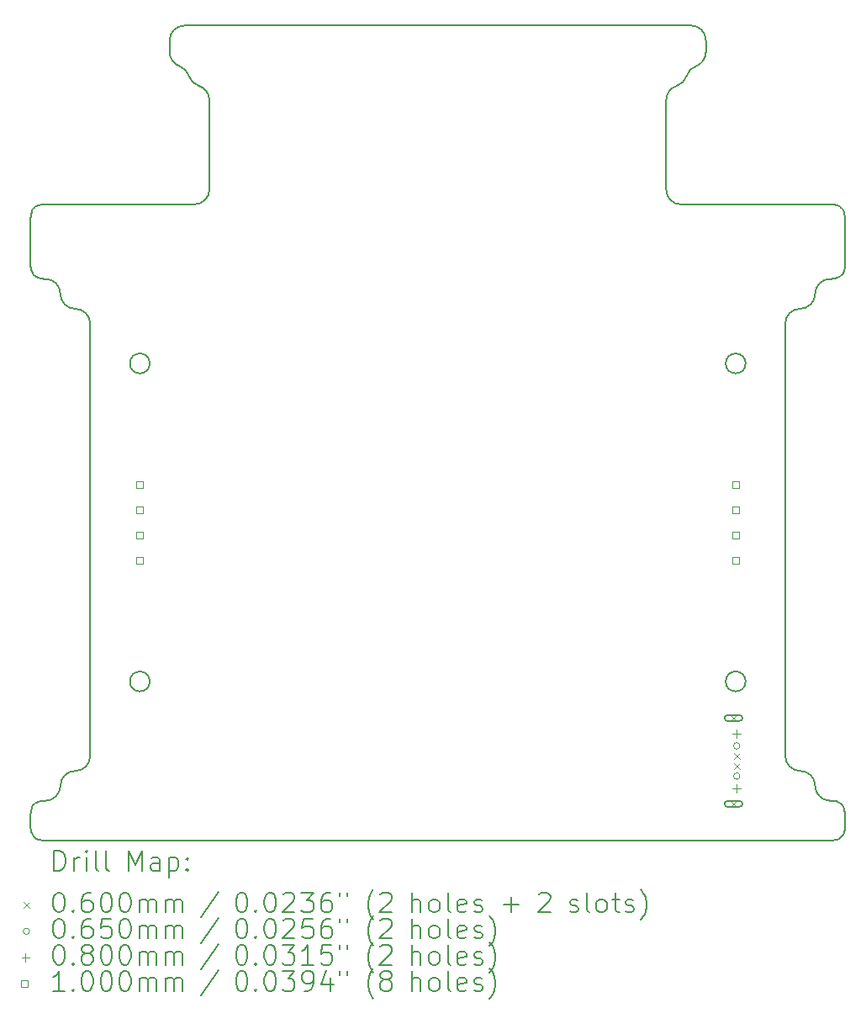
<source format=gbr>
%TF.GenerationSoftware,KiCad,Pcbnew,(7.0.0)*%
%TF.CreationDate,2023-11-19T14:20:11+01:00*%
%TF.ProjectId,Middle,4d696464-6c65-42e6-9b69-6361645f7063,rev?*%
%TF.SameCoordinates,Original*%
%TF.FileFunction,Drillmap*%
%TF.FilePolarity,Positive*%
%FSLAX45Y45*%
G04 Gerber Fmt 4.5, Leading zero omitted, Abs format (unit mm)*
G04 Created by KiCad (PCBNEW (7.0.0)) date 2023-11-19 14:20:11*
%MOMM*%
%LPD*%
G01*
G04 APERTURE LIST*
%ADD10C,0.200000*%
%ADD11C,0.060000*%
%ADD12C,0.065000*%
%ADD13C,0.080000*%
%ADD14C,0.100000*%
G04 APERTURE END LIST*
D10*
X9350000Y-13500000D02*
G75*
G03*
X9500000Y-13350000I0J150000D01*
G01*
X10300000Y-6150000D02*
X10300000Y-6267157D01*
X16950000Y-13800000D02*
X16970884Y-13800616D01*
X16992195Y-13802791D01*
X17013274Y-13807061D01*
X17022825Y-13809932D01*
X8904388Y-13898409D02*
X8901402Y-13919236D01*
X8900125Y-13940349D01*
X8900000Y-13950000D01*
X8909933Y-8472825D02*
X8917841Y-8491331D01*
X8928923Y-8508050D01*
X8930669Y-8510116D01*
X15599999Y-6408575D02*
G75*
G03*
X15700000Y-6267157I-49989J141415D01*
G01*
X8900000Y-14050000D02*
X8900617Y-14070883D01*
X8902791Y-14092195D01*
X8907061Y-14113274D01*
X8909933Y-14122825D01*
X8900000Y-13950000D02*
X8900000Y-14050000D01*
X10300003Y-6267157D02*
G75*
G03*
X10400000Y-6408579I149997J-3D01*
G01*
X15600000Y-6408579D02*
G75*
G03*
X15506459Y-6506459I50000J-141421D01*
G01*
X9500000Y-9000000D02*
X9500000Y-13350000D01*
X8998409Y-8545612D02*
X9019236Y-8548598D01*
X9040349Y-8549875D01*
X9050000Y-8550000D01*
X16100000Y-9400000D02*
G75*
G03*
X16100000Y-9400000I-100000J0D01*
G01*
X17001591Y-14195612D02*
X16980764Y-14198598D01*
X16959651Y-14199875D01*
X16950000Y-14200000D01*
X17082823Y-13859935D02*
X17090577Y-13878711D01*
X17095612Y-13898409D01*
X8977175Y-7809932D02*
X8958669Y-7817841D01*
X8941950Y-7828923D01*
X8939884Y-7830669D01*
X16800000Y-13650000D02*
G75*
G03*
X16650000Y-13500000I-150000J0D01*
G01*
X10100000Y-12600000D02*
G75*
G03*
X10100000Y-12600000I-100000J0D01*
G01*
X8998409Y-14195612D02*
X9019236Y-14198598D01*
X9040349Y-14199875D01*
X9050000Y-14200000D01*
X15700000Y-6267157D02*
X15700000Y-6150000D01*
X8959935Y-8532823D02*
X8978712Y-8540577D01*
X8998409Y-8545612D01*
X8900000Y-8400000D02*
X8900617Y-8420884D01*
X8902791Y-8442195D01*
X8907061Y-8463274D01*
X8909933Y-8472825D01*
X17069331Y-14160116D02*
X17053946Y-14174262D01*
X17040065Y-14182823D01*
X17040065Y-14182823D02*
X17021288Y-14190576D01*
X17001591Y-14195612D01*
X10550000Y-7800000D02*
G75*
G03*
X10700000Y-7650000I0J150000D01*
G01*
X17069331Y-8510116D02*
X17053946Y-8524263D01*
X17040065Y-8532823D01*
X17100000Y-14050000D02*
X17100000Y-13950000D01*
X15300000Y-7650000D02*
X15300000Y-6750000D01*
X10493542Y-6506459D02*
G75*
G03*
X10593541Y-6606458I143539J43539D01*
G01*
X10700000Y-6750000D02*
X10700000Y-7650000D01*
X9050000Y-14200000D02*
X16950000Y-14200000D01*
X16950000Y-8550000D02*
G75*
G03*
X16800000Y-8700000I0J-150000D01*
G01*
X17001591Y-8545612D02*
X16980764Y-8548598D01*
X16959651Y-8549875D01*
X16950000Y-8550000D01*
X15300000Y-7650000D02*
G75*
G03*
X15450000Y-7800000I150000J0D01*
G01*
X10450000Y-6000000D02*
G75*
G03*
X10300000Y-6150000I0J-150000D01*
G01*
X17100000Y-14050000D02*
X17099383Y-14070883D01*
X17097209Y-14092195D01*
X17092939Y-14113274D01*
X17090068Y-14122825D01*
X8959935Y-14182823D02*
X8978712Y-14190576D01*
X8998409Y-14195612D01*
X16650000Y-8850000D02*
G75*
G03*
X16500000Y-9000000I0J-150000D01*
G01*
X17022825Y-13809932D02*
X17041331Y-13817841D01*
X17058050Y-13828923D01*
X17060116Y-13830669D01*
X15700000Y-6150000D02*
G75*
G03*
X15550000Y-6000000I-150000J0D01*
G01*
X10493541Y-6506459D02*
G75*
G03*
X10400000Y-6408579I-143541J-43541D01*
G01*
X9050000Y-7800000D02*
X9029116Y-7800616D01*
X9007805Y-7802791D01*
X8986726Y-7807061D01*
X8977175Y-7809932D01*
X10700000Y-6750000D02*
G75*
G03*
X10593541Y-6606459I-150000J0D01*
G01*
X17100000Y-8400000D02*
X17099383Y-8420884D01*
X17097209Y-8442195D01*
X17092939Y-8463274D01*
X17090068Y-8472825D01*
X17095612Y-7898409D02*
X17098598Y-7919236D01*
X17099875Y-7940349D01*
X17100000Y-7950000D01*
X15406459Y-6606458D02*
G75*
G03*
X15506458Y-6506459I-43539J143539D01*
G01*
X16650000Y-8850000D02*
G75*
G03*
X16800000Y-8700000I0J150000D01*
G01*
X17090068Y-8472825D02*
X17082159Y-8491331D01*
X17071077Y-8508050D01*
X17069331Y-8510116D01*
X17082823Y-7859935D02*
X17090577Y-7878711D01*
X17095612Y-7898409D01*
X15550000Y-6000000D02*
X10450000Y-6000000D01*
X8900000Y-7950000D02*
X8900000Y-8400000D01*
X15406459Y-6606459D02*
G75*
G03*
X15300000Y-6750000I43541J-143541D01*
G01*
X9050000Y-13800000D02*
X9029116Y-13800616D01*
X9007805Y-13802791D01*
X8986726Y-13807061D01*
X8977175Y-13809932D01*
X17060116Y-7830669D02*
X17074263Y-7846054D01*
X17082823Y-7859935D01*
X17040065Y-8532823D02*
X17021288Y-8540577D01*
X17001591Y-8545612D01*
X17090068Y-14122825D02*
X17082159Y-14141331D01*
X17071077Y-14158050D01*
X17069331Y-14160116D01*
X17095612Y-13898409D02*
X17098598Y-13919236D01*
X17099875Y-13940349D01*
X17100000Y-13950000D01*
X17100000Y-8400000D02*
X17100000Y-7950000D01*
X9200000Y-8700000D02*
G75*
G03*
X9350000Y-8850000I150000J0D01*
G01*
X8904388Y-7898409D02*
X8901402Y-7919236D01*
X8900125Y-7940349D01*
X8900000Y-7950000D01*
X16950000Y-7800000D02*
X16970884Y-7800616D01*
X16992195Y-7802791D01*
X17013274Y-7807061D01*
X17022825Y-7809932D01*
X8930669Y-8510116D02*
X8946054Y-8524263D01*
X8959935Y-8532823D01*
X17060116Y-13830669D02*
X17074263Y-13846054D01*
X17082823Y-13859935D01*
X8930669Y-14160116D02*
X8946054Y-14174262D01*
X8959935Y-14182823D01*
X9050000Y-13800000D02*
G75*
G03*
X9200000Y-13650000I0J150000D01*
G01*
X8939884Y-7830669D02*
X8925737Y-7846054D01*
X8917177Y-7859935D01*
X16500000Y-13350000D02*
X16500000Y-9000000D01*
X17022825Y-7809932D02*
X17041331Y-7817841D01*
X17058050Y-7828923D01*
X17060116Y-7830669D01*
X16500000Y-13350000D02*
G75*
G03*
X16650000Y-13500000I150000J0D01*
G01*
X8977175Y-13809932D02*
X8958669Y-13817841D01*
X8941950Y-13828923D01*
X8939884Y-13830669D01*
X10550000Y-7800000D02*
X9050000Y-7800000D01*
X16100000Y-12600000D02*
G75*
G03*
X16100000Y-12600000I-100000J0D01*
G01*
X8917177Y-7859935D02*
X8909423Y-7878711D01*
X8904388Y-7898409D01*
X9200000Y-8700000D02*
G75*
G03*
X9050000Y-8550000I-150000J0D01*
G01*
X16800000Y-13650000D02*
G75*
G03*
X16950000Y-13800000I150000J0D01*
G01*
X9500000Y-9000000D02*
G75*
G03*
X9350000Y-8850000I-150000J0D01*
G01*
X8939884Y-13830669D02*
X8925737Y-13846054D01*
X8917177Y-13859935D01*
X16950000Y-7800000D02*
X15450000Y-7800000D01*
X10100000Y-9400000D02*
G75*
G03*
X10100000Y-9400000I-100000J0D01*
G01*
X8909933Y-14122825D02*
X8917841Y-14141331D01*
X8928923Y-14158050D01*
X8930669Y-14160116D01*
X9350000Y-13500000D02*
G75*
G03*
X9200000Y-13650000I0J-150000D01*
G01*
X8917177Y-13859935D02*
X8909423Y-13878711D01*
X8904388Y-13898409D01*
D11*
X15948000Y-12938000D02*
X16008000Y-12998000D01*
X16008000Y-12938000D02*
X15948000Y-12998000D01*
D10*
X15918000Y-12998000D02*
X16038000Y-12998000D01*
X16038000Y-12998000D02*
G75*
G03*
X16038000Y-12938000I0J30000D01*
G01*
X16038000Y-12938000D02*
X15918000Y-12938000D01*
X15918000Y-12938000D02*
G75*
G03*
X15918000Y-12998000I0J-30000D01*
G01*
D11*
X15948000Y-13802000D02*
X16008000Y-13862000D01*
X16008000Y-13802000D02*
X15948000Y-13862000D01*
D10*
X15918000Y-13862000D02*
X16038000Y-13862000D01*
X16038000Y-13862000D02*
G75*
G03*
X16038000Y-13802000I0J30000D01*
G01*
X16038000Y-13802000D02*
X15918000Y-13802000D01*
X15918000Y-13802000D02*
G75*
G03*
X15918000Y-13862000I0J-30000D01*
G01*
D11*
X15980000Y-13320000D02*
X16040000Y-13380000D01*
X16040000Y-13320000D02*
X15980000Y-13380000D01*
X15980000Y-13420000D02*
X16040000Y-13480000D01*
X16040000Y-13420000D02*
X15980000Y-13480000D01*
D12*
X16042500Y-13248000D02*
G75*
G03*
X16042500Y-13248000I-32500J0D01*
G01*
X16042500Y-13552000D02*
G75*
G03*
X16042500Y-13552000I-32500J0D01*
G01*
D13*
X16010000Y-13085000D02*
X16010000Y-13165000D01*
X15970000Y-13125000D02*
X16050000Y-13125000D01*
X16010000Y-13635000D02*
X16010000Y-13715000D01*
X15970000Y-13675000D02*
X16050000Y-13675000D01*
D14*
X10035356Y-10655356D02*
X10035356Y-10584644D01*
X9964644Y-10584644D01*
X9964644Y-10655356D01*
X10035356Y-10655356D01*
X10035356Y-10909356D02*
X10035356Y-10838644D01*
X9964644Y-10838644D01*
X9964644Y-10909356D01*
X10035356Y-10909356D01*
X10035356Y-11163356D02*
X10035356Y-11092644D01*
X9964644Y-11092644D01*
X9964644Y-11163356D01*
X10035356Y-11163356D01*
X10035356Y-11417356D02*
X10035356Y-11346644D01*
X9964644Y-11346644D01*
X9964644Y-11417356D01*
X10035356Y-11417356D01*
X16035356Y-10655356D02*
X16035356Y-10584644D01*
X15964644Y-10584644D01*
X15964644Y-10655356D01*
X16035356Y-10655356D01*
X16035356Y-10909356D02*
X16035356Y-10838644D01*
X15964644Y-10838644D01*
X15964644Y-10909356D01*
X16035356Y-10909356D01*
X16035356Y-11163356D02*
X16035356Y-11092644D01*
X15964644Y-11092644D01*
X15964644Y-11163356D01*
X16035356Y-11163356D01*
X16035356Y-11417356D02*
X16035356Y-11346644D01*
X15964644Y-11346644D01*
X15964644Y-11417356D01*
X16035356Y-11417356D01*
D10*
X9137619Y-14503476D02*
X9137619Y-14303476D01*
X9137619Y-14303476D02*
X9185238Y-14303476D01*
X9185238Y-14303476D02*
X9213810Y-14313000D01*
X9213810Y-14313000D02*
X9232857Y-14332048D01*
X9232857Y-14332048D02*
X9242381Y-14351095D01*
X9242381Y-14351095D02*
X9251905Y-14389190D01*
X9251905Y-14389190D02*
X9251905Y-14417762D01*
X9251905Y-14417762D02*
X9242381Y-14455857D01*
X9242381Y-14455857D02*
X9232857Y-14474905D01*
X9232857Y-14474905D02*
X9213810Y-14493952D01*
X9213810Y-14493952D02*
X9185238Y-14503476D01*
X9185238Y-14503476D02*
X9137619Y-14503476D01*
X9337619Y-14503476D02*
X9337619Y-14370143D01*
X9337619Y-14408238D02*
X9347143Y-14389190D01*
X9347143Y-14389190D02*
X9356667Y-14379667D01*
X9356667Y-14379667D02*
X9375714Y-14370143D01*
X9375714Y-14370143D02*
X9394762Y-14370143D01*
X9461429Y-14503476D02*
X9461429Y-14370143D01*
X9461429Y-14303476D02*
X9451905Y-14313000D01*
X9451905Y-14313000D02*
X9461429Y-14322524D01*
X9461429Y-14322524D02*
X9470952Y-14313000D01*
X9470952Y-14313000D02*
X9461429Y-14303476D01*
X9461429Y-14303476D02*
X9461429Y-14322524D01*
X9585238Y-14503476D02*
X9566190Y-14493952D01*
X9566190Y-14493952D02*
X9556667Y-14474905D01*
X9556667Y-14474905D02*
X9556667Y-14303476D01*
X9690000Y-14503476D02*
X9670952Y-14493952D01*
X9670952Y-14493952D02*
X9661429Y-14474905D01*
X9661429Y-14474905D02*
X9661429Y-14303476D01*
X9886190Y-14503476D02*
X9886190Y-14303476D01*
X9886190Y-14303476D02*
X9952857Y-14446333D01*
X9952857Y-14446333D02*
X10019524Y-14303476D01*
X10019524Y-14303476D02*
X10019524Y-14503476D01*
X10200476Y-14503476D02*
X10200476Y-14398714D01*
X10200476Y-14398714D02*
X10190952Y-14379667D01*
X10190952Y-14379667D02*
X10171905Y-14370143D01*
X10171905Y-14370143D02*
X10133809Y-14370143D01*
X10133809Y-14370143D02*
X10114762Y-14379667D01*
X10200476Y-14493952D02*
X10181429Y-14503476D01*
X10181429Y-14503476D02*
X10133809Y-14503476D01*
X10133809Y-14503476D02*
X10114762Y-14493952D01*
X10114762Y-14493952D02*
X10105238Y-14474905D01*
X10105238Y-14474905D02*
X10105238Y-14455857D01*
X10105238Y-14455857D02*
X10114762Y-14436809D01*
X10114762Y-14436809D02*
X10133809Y-14427286D01*
X10133809Y-14427286D02*
X10181429Y-14427286D01*
X10181429Y-14427286D02*
X10200476Y-14417762D01*
X10295714Y-14370143D02*
X10295714Y-14570143D01*
X10295714Y-14379667D02*
X10314762Y-14370143D01*
X10314762Y-14370143D02*
X10352857Y-14370143D01*
X10352857Y-14370143D02*
X10371905Y-14379667D01*
X10371905Y-14379667D02*
X10381429Y-14389190D01*
X10381429Y-14389190D02*
X10390952Y-14408238D01*
X10390952Y-14408238D02*
X10390952Y-14465381D01*
X10390952Y-14465381D02*
X10381429Y-14484428D01*
X10381429Y-14484428D02*
X10371905Y-14493952D01*
X10371905Y-14493952D02*
X10352857Y-14503476D01*
X10352857Y-14503476D02*
X10314762Y-14503476D01*
X10314762Y-14503476D02*
X10295714Y-14493952D01*
X10476667Y-14484428D02*
X10486190Y-14493952D01*
X10486190Y-14493952D02*
X10476667Y-14503476D01*
X10476667Y-14503476D02*
X10467143Y-14493952D01*
X10467143Y-14493952D02*
X10476667Y-14484428D01*
X10476667Y-14484428D02*
X10476667Y-14503476D01*
X10476667Y-14379667D02*
X10486190Y-14389190D01*
X10486190Y-14389190D02*
X10476667Y-14398714D01*
X10476667Y-14398714D02*
X10467143Y-14389190D01*
X10467143Y-14389190D02*
X10476667Y-14379667D01*
X10476667Y-14379667D02*
X10476667Y-14398714D01*
D11*
X8830000Y-14820000D02*
X8890000Y-14880000D01*
X8890000Y-14820000D02*
X8830000Y-14880000D01*
D10*
X9175714Y-14723476D02*
X9194762Y-14723476D01*
X9194762Y-14723476D02*
X9213810Y-14733000D01*
X9213810Y-14733000D02*
X9223333Y-14742524D01*
X9223333Y-14742524D02*
X9232857Y-14761571D01*
X9232857Y-14761571D02*
X9242381Y-14799667D01*
X9242381Y-14799667D02*
X9242381Y-14847286D01*
X9242381Y-14847286D02*
X9232857Y-14885381D01*
X9232857Y-14885381D02*
X9223333Y-14904428D01*
X9223333Y-14904428D02*
X9213810Y-14913952D01*
X9213810Y-14913952D02*
X9194762Y-14923476D01*
X9194762Y-14923476D02*
X9175714Y-14923476D01*
X9175714Y-14923476D02*
X9156667Y-14913952D01*
X9156667Y-14913952D02*
X9147143Y-14904428D01*
X9147143Y-14904428D02*
X9137619Y-14885381D01*
X9137619Y-14885381D02*
X9128095Y-14847286D01*
X9128095Y-14847286D02*
X9128095Y-14799667D01*
X9128095Y-14799667D02*
X9137619Y-14761571D01*
X9137619Y-14761571D02*
X9147143Y-14742524D01*
X9147143Y-14742524D02*
X9156667Y-14733000D01*
X9156667Y-14733000D02*
X9175714Y-14723476D01*
X9328095Y-14904428D02*
X9337619Y-14913952D01*
X9337619Y-14913952D02*
X9328095Y-14923476D01*
X9328095Y-14923476D02*
X9318571Y-14913952D01*
X9318571Y-14913952D02*
X9328095Y-14904428D01*
X9328095Y-14904428D02*
X9328095Y-14923476D01*
X9509048Y-14723476D02*
X9470952Y-14723476D01*
X9470952Y-14723476D02*
X9451905Y-14733000D01*
X9451905Y-14733000D02*
X9442381Y-14742524D01*
X9442381Y-14742524D02*
X9423333Y-14771095D01*
X9423333Y-14771095D02*
X9413810Y-14809190D01*
X9413810Y-14809190D02*
X9413810Y-14885381D01*
X9413810Y-14885381D02*
X9423333Y-14904428D01*
X9423333Y-14904428D02*
X9432857Y-14913952D01*
X9432857Y-14913952D02*
X9451905Y-14923476D01*
X9451905Y-14923476D02*
X9490000Y-14923476D01*
X9490000Y-14923476D02*
X9509048Y-14913952D01*
X9509048Y-14913952D02*
X9518571Y-14904428D01*
X9518571Y-14904428D02*
X9528095Y-14885381D01*
X9528095Y-14885381D02*
X9528095Y-14837762D01*
X9528095Y-14837762D02*
X9518571Y-14818714D01*
X9518571Y-14818714D02*
X9509048Y-14809190D01*
X9509048Y-14809190D02*
X9490000Y-14799667D01*
X9490000Y-14799667D02*
X9451905Y-14799667D01*
X9451905Y-14799667D02*
X9432857Y-14809190D01*
X9432857Y-14809190D02*
X9423333Y-14818714D01*
X9423333Y-14818714D02*
X9413810Y-14837762D01*
X9651905Y-14723476D02*
X9670952Y-14723476D01*
X9670952Y-14723476D02*
X9690000Y-14733000D01*
X9690000Y-14733000D02*
X9699524Y-14742524D01*
X9699524Y-14742524D02*
X9709048Y-14761571D01*
X9709048Y-14761571D02*
X9718571Y-14799667D01*
X9718571Y-14799667D02*
X9718571Y-14847286D01*
X9718571Y-14847286D02*
X9709048Y-14885381D01*
X9709048Y-14885381D02*
X9699524Y-14904428D01*
X9699524Y-14904428D02*
X9690000Y-14913952D01*
X9690000Y-14913952D02*
X9670952Y-14923476D01*
X9670952Y-14923476D02*
X9651905Y-14923476D01*
X9651905Y-14923476D02*
X9632857Y-14913952D01*
X9632857Y-14913952D02*
X9623333Y-14904428D01*
X9623333Y-14904428D02*
X9613810Y-14885381D01*
X9613810Y-14885381D02*
X9604286Y-14847286D01*
X9604286Y-14847286D02*
X9604286Y-14799667D01*
X9604286Y-14799667D02*
X9613810Y-14761571D01*
X9613810Y-14761571D02*
X9623333Y-14742524D01*
X9623333Y-14742524D02*
X9632857Y-14733000D01*
X9632857Y-14733000D02*
X9651905Y-14723476D01*
X9842381Y-14723476D02*
X9861429Y-14723476D01*
X9861429Y-14723476D02*
X9880476Y-14733000D01*
X9880476Y-14733000D02*
X9890000Y-14742524D01*
X9890000Y-14742524D02*
X9899524Y-14761571D01*
X9899524Y-14761571D02*
X9909048Y-14799667D01*
X9909048Y-14799667D02*
X9909048Y-14847286D01*
X9909048Y-14847286D02*
X9899524Y-14885381D01*
X9899524Y-14885381D02*
X9890000Y-14904428D01*
X9890000Y-14904428D02*
X9880476Y-14913952D01*
X9880476Y-14913952D02*
X9861429Y-14923476D01*
X9861429Y-14923476D02*
X9842381Y-14923476D01*
X9842381Y-14923476D02*
X9823333Y-14913952D01*
X9823333Y-14913952D02*
X9813810Y-14904428D01*
X9813810Y-14904428D02*
X9804286Y-14885381D01*
X9804286Y-14885381D02*
X9794762Y-14847286D01*
X9794762Y-14847286D02*
X9794762Y-14799667D01*
X9794762Y-14799667D02*
X9804286Y-14761571D01*
X9804286Y-14761571D02*
X9813810Y-14742524D01*
X9813810Y-14742524D02*
X9823333Y-14733000D01*
X9823333Y-14733000D02*
X9842381Y-14723476D01*
X9994762Y-14923476D02*
X9994762Y-14790143D01*
X9994762Y-14809190D02*
X10004286Y-14799667D01*
X10004286Y-14799667D02*
X10023333Y-14790143D01*
X10023333Y-14790143D02*
X10051905Y-14790143D01*
X10051905Y-14790143D02*
X10070952Y-14799667D01*
X10070952Y-14799667D02*
X10080476Y-14818714D01*
X10080476Y-14818714D02*
X10080476Y-14923476D01*
X10080476Y-14818714D02*
X10090000Y-14799667D01*
X10090000Y-14799667D02*
X10109048Y-14790143D01*
X10109048Y-14790143D02*
X10137619Y-14790143D01*
X10137619Y-14790143D02*
X10156667Y-14799667D01*
X10156667Y-14799667D02*
X10166191Y-14818714D01*
X10166191Y-14818714D02*
X10166191Y-14923476D01*
X10261429Y-14923476D02*
X10261429Y-14790143D01*
X10261429Y-14809190D02*
X10270952Y-14799667D01*
X10270952Y-14799667D02*
X10290000Y-14790143D01*
X10290000Y-14790143D02*
X10318572Y-14790143D01*
X10318572Y-14790143D02*
X10337619Y-14799667D01*
X10337619Y-14799667D02*
X10347143Y-14818714D01*
X10347143Y-14818714D02*
X10347143Y-14923476D01*
X10347143Y-14818714D02*
X10356667Y-14799667D01*
X10356667Y-14799667D02*
X10375714Y-14790143D01*
X10375714Y-14790143D02*
X10404286Y-14790143D01*
X10404286Y-14790143D02*
X10423333Y-14799667D01*
X10423333Y-14799667D02*
X10432857Y-14818714D01*
X10432857Y-14818714D02*
X10432857Y-14923476D01*
X10790952Y-14713952D02*
X10619524Y-14971095D01*
X11015714Y-14723476D02*
X11034762Y-14723476D01*
X11034762Y-14723476D02*
X11053810Y-14733000D01*
X11053810Y-14733000D02*
X11063333Y-14742524D01*
X11063333Y-14742524D02*
X11072857Y-14761571D01*
X11072857Y-14761571D02*
X11082381Y-14799667D01*
X11082381Y-14799667D02*
X11082381Y-14847286D01*
X11082381Y-14847286D02*
X11072857Y-14885381D01*
X11072857Y-14885381D02*
X11063333Y-14904428D01*
X11063333Y-14904428D02*
X11053810Y-14913952D01*
X11053810Y-14913952D02*
X11034762Y-14923476D01*
X11034762Y-14923476D02*
X11015714Y-14923476D01*
X11015714Y-14923476D02*
X10996667Y-14913952D01*
X10996667Y-14913952D02*
X10987143Y-14904428D01*
X10987143Y-14904428D02*
X10977619Y-14885381D01*
X10977619Y-14885381D02*
X10968095Y-14847286D01*
X10968095Y-14847286D02*
X10968095Y-14799667D01*
X10968095Y-14799667D02*
X10977619Y-14761571D01*
X10977619Y-14761571D02*
X10987143Y-14742524D01*
X10987143Y-14742524D02*
X10996667Y-14733000D01*
X10996667Y-14733000D02*
X11015714Y-14723476D01*
X11168095Y-14904428D02*
X11177619Y-14913952D01*
X11177619Y-14913952D02*
X11168095Y-14923476D01*
X11168095Y-14923476D02*
X11158572Y-14913952D01*
X11158572Y-14913952D02*
X11168095Y-14904428D01*
X11168095Y-14904428D02*
X11168095Y-14923476D01*
X11301429Y-14723476D02*
X11320476Y-14723476D01*
X11320476Y-14723476D02*
X11339524Y-14733000D01*
X11339524Y-14733000D02*
X11349048Y-14742524D01*
X11349048Y-14742524D02*
X11358571Y-14761571D01*
X11358571Y-14761571D02*
X11368095Y-14799667D01*
X11368095Y-14799667D02*
X11368095Y-14847286D01*
X11368095Y-14847286D02*
X11358571Y-14885381D01*
X11358571Y-14885381D02*
X11349048Y-14904428D01*
X11349048Y-14904428D02*
X11339524Y-14913952D01*
X11339524Y-14913952D02*
X11320476Y-14923476D01*
X11320476Y-14923476D02*
X11301429Y-14923476D01*
X11301429Y-14923476D02*
X11282381Y-14913952D01*
X11282381Y-14913952D02*
X11272857Y-14904428D01*
X11272857Y-14904428D02*
X11263333Y-14885381D01*
X11263333Y-14885381D02*
X11253810Y-14847286D01*
X11253810Y-14847286D02*
X11253810Y-14799667D01*
X11253810Y-14799667D02*
X11263333Y-14761571D01*
X11263333Y-14761571D02*
X11272857Y-14742524D01*
X11272857Y-14742524D02*
X11282381Y-14733000D01*
X11282381Y-14733000D02*
X11301429Y-14723476D01*
X11444286Y-14742524D02*
X11453810Y-14733000D01*
X11453810Y-14733000D02*
X11472857Y-14723476D01*
X11472857Y-14723476D02*
X11520476Y-14723476D01*
X11520476Y-14723476D02*
X11539524Y-14733000D01*
X11539524Y-14733000D02*
X11549048Y-14742524D01*
X11549048Y-14742524D02*
X11558571Y-14761571D01*
X11558571Y-14761571D02*
X11558571Y-14780619D01*
X11558571Y-14780619D02*
X11549048Y-14809190D01*
X11549048Y-14809190D02*
X11434762Y-14923476D01*
X11434762Y-14923476D02*
X11558571Y-14923476D01*
X11625238Y-14723476D02*
X11749048Y-14723476D01*
X11749048Y-14723476D02*
X11682381Y-14799667D01*
X11682381Y-14799667D02*
X11710952Y-14799667D01*
X11710952Y-14799667D02*
X11730000Y-14809190D01*
X11730000Y-14809190D02*
X11739524Y-14818714D01*
X11739524Y-14818714D02*
X11749048Y-14837762D01*
X11749048Y-14837762D02*
X11749048Y-14885381D01*
X11749048Y-14885381D02*
X11739524Y-14904428D01*
X11739524Y-14904428D02*
X11730000Y-14913952D01*
X11730000Y-14913952D02*
X11710952Y-14923476D01*
X11710952Y-14923476D02*
X11653810Y-14923476D01*
X11653810Y-14923476D02*
X11634762Y-14913952D01*
X11634762Y-14913952D02*
X11625238Y-14904428D01*
X11920476Y-14723476D02*
X11882381Y-14723476D01*
X11882381Y-14723476D02*
X11863333Y-14733000D01*
X11863333Y-14733000D02*
X11853810Y-14742524D01*
X11853810Y-14742524D02*
X11834762Y-14771095D01*
X11834762Y-14771095D02*
X11825238Y-14809190D01*
X11825238Y-14809190D02*
X11825238Y-14885381D01*
X11825238Y-14885381D02*
X11834762Y-14904428D01*
X11834762Y-14904428D02*
X11844286Y-14913952D01*
X11844286Y-14913952D02*
X11863333Y-14923476D01*
X11863333Y-14923476D02*
X11901429Y-14923476D01*
X11901429Y-14923476D02*
X11920476Y-14913952D01*
X11920476Y-14913952D02*
X11930000Y-14904428D01*
X11930000Y-14904428D02*
X11939524Y-14885381D01*
X11939524Y-14885381D02*
X11939524Y-14837762D01*
X11939524Y-14837762D02*
X11930000Y-14818714D01*
X11930000Y-14818714D02*
X11920476Y-14809190D01*
X11920476Y-14809190D02*
X11901429Y-14799667D01*
X11901429Y-14799667D02*
X11863333Y-14799667D01*
X11863333Y-14799667D02*
X11844286Y-14809190D01*
X11844286Y-14809190D02*
X11834762Y-14818714D01*
X11834762Y-14818714D02*
X11825238Y-14837762D01*
X12015714Y-14723476D02*
X12015714Y-14761571D01*
X12091905Y-14723476D02*
X12091905Y-14761571D01*
X12354762Y-14999667D02*
X12345238Y-14990143D01*
X12345238Y-14990143D02*
X12326191Y-14961571D01*
X12326191Y-14961571D02*
X12316667Y-14942524D01*
X12316667Y-14942524D02*
X12307143Y-14913952D01*
X12307143Y-14913952D02*
X12297619Y-14866333D01*
X12297619Y-14866333D02*
X12297619Y-14828238D01*
X12297619Y-14828238D02*
X12307143Y-14780619D01*
X12307143Y-14780619D02*
X12316667Y-14752048D01*
X12316667Y-14752048D02*
X12326191Y-14733000D01*
X12326191Y-14733000D02*
X12345238Y-14704428D01*
X12345238Y-14704428D02*
X12354762Y-14694905D01*
X12421429Y-14742524D02*
X12430952Y-14733000D01*
X12430952Y-14733000D02*
X12450000Y-14723476D01*
X12450000Y-14723476D02*
X12497619Y-14723476D01*
X12497619Y-14723476D02*
X12516667Y-14733000D01*
X12516667Y-14733000D02*
X12526191Y-14742524D01*
X12526191Y-14742524D02*
X12535714Y-14761571D01*
X12535714Y-14761571D02*
X12535714Y-14780619D01*
X12535714Y-14780619D02*
X12526191Y-14809190D01*
X12526191Y-14809190D02*
X12411905Y-14923476D01*
X12411905Y-14923476D02*
X12535714Y-14923476D01*
X12741429Y-14923476D02*
X12741429Y-14723476D01*
X12827143Y-14923476D02*
X12827143Y-14818714D01*
X12827143Y-14818714D02*
X12817619Y-14799667D01*
X12817619Y-14799667D02*
X12798572Y-14790143D01*
X12798572Y-14790143D02*
X12770000Y-14790143D01*
X12770000Y-14790143D02*
X12750952Y-14799667D01*
X12750952Y-14799667D02*
X12741429Y-14809190D01*
X12950952Y-14923476D02*
X12931905Y-14913952D01*
X12931905Y-14913952D02*
X12922381Y-14904428D01*
X12922381Y-14904428D02*
X12912857Y-14885381D01*
X12912857Y-14885381D02*
X12912857Y-14828238D01*
X12912857Y-14828238D02*
X12922381Y-14809190D01*
X12922381Y-14809190D02*
X12931905Y-14799667D01*
X12931905Y-14799667D02*
X12950952Y-14790143D01*
X12950952Y-14790143D02*
X12979524Y-14790143D01*
X12979524Y-14790143D02*
X12998572Y-14799667D01*
X12998572Y-14799667D02*
X13008095Y-14809190D01*
X13008095Y-14809190D02*
X13017619Y-14828238D01*
X13017619Y-14828238D02*
X13017619Y-14885381D01*
X13017619Y-14885381D02*
X13008095Y-14904428D01*
X13008095Y-14904428D02*
X12998572Y-14913952D01*
X12998572Y-14913952D02*
X12979524Y-14923476D01*
X12979524Y-14923476D02*
X12950952Y-14923476D01*
X13131905Y-14923476D02*
X13112857Y-14913952D01*
X13112857Y-14913952D02*
X13103333Y-14894905D01*
X13103333Y-14894905D02*
X13103333Y-14723476D01*
X13284286Y-14913952D02*
X13265238Y-14923476D01*
X13265238Y-14923476D02*
X13227143Y-14923476D01*
X13227143Y-14923476D02*
X13208095Y-14913952D01*
X13208095Y-14913952D02*
X13198572Y-14894905D01*
X13198572Y-14894905D02*
X13198572Y-14818714D01*
X13198572Y-14818714D02*
X13208095Y-14799667D01*
X13208095Y-14799667D02*
X13227143Y-14790143D01*
X13227143Y-14790143D02*
X13265238Y-14790143D01*
X13265238Y-14790143D02*
X13284286Y-14799667D01*
X13284286Y-14799667D02*
X13293810Y-14818714D01*
X13293810Y-14818714D02*
X13293810Y-14837762D01*
X13293810Y-14837762D02*
X13198572Y-14856809D01*
X13370000Y-14913952D02*
X13389048Y-14923476D01*
X13389048Y-14923476D02*
X13427143Y-14923476D01*
X13427143Y-14923476D02*
X13446191Y-14913952D01*
X13446191Y-14913952D02*
X13455714Y-14894905D01*
X13455714Y-14894905D02*
X13455714Y-14885381D01*
X13455714Y-14885381D02*
X13446191Y-14866333D01*
X13446191Y-14866333D02*
X13427143Y-14856809D01*
X13427143Y-14856809D02*
X13398572Y-14856809D01*
X13398572Y-14856809D02*
X13379524Y-14847286D01*
X13379524Y-14847286D02*
X13370000Y-14828238D01*
X13370000Y-14828238D02*
X13370000Y-14818714D01*
X13370000Y-14818714D02*
X13379524Y-14799667D01*
X13379524Y-14799667D02*
X13398572Y-14790143D01*
X13398572Y-14790143D02*
X13427143Y-14790143D01*
X13427143Y-14790143D02*
X13446191Y-14799667D01*
X13661429Y-14847286D02*
X13813810Y-14847286D01*
X13737619Y-14923476D02*
X13737619Y-14771095D01*
X14019524Y-14742524D02*
X14029048Y-14733000D01*
X14029048Y-14733000D02*
X14048095Y-14723476D01*
X14048095Y-14723476D02*
X14095714Y-14723476D01*
X14095714Y-14723476D02*
X14114762Y-14733000D01*
X14114762Y-14733000D02*
X14124286Y-14742524D01*
X14124286Y-14742524D02*
X14133810Y-14761571D01*
X14133810Y-14761571D02*
X14133810Y-14780619D01*
X14133810Y-14780619D02*
X14124286Y-14809190D01*
X14124286Y-14809190D02*
X14010000Y-14923476D01*
X14010000Y-14923476D02*
X14133810Y-14923476D01*
X14330000Y-14913952D02*
X14349048Y-14923476D01*
X14349048Y-14923476D02*
X14387143Y-14923476D01*
X14387143Y-14923476D02*
X14406191Y-14913952D01*
X14406191Y-14913952D02*
X14415714Y-14894905D01*
X14415714Y-14894905D02*
X14415714Y-14885381D01*
X14415714Y-14885381D02*
X14406191Y-14866333D01*
X14406191Y-14866333D02*
X14387143Y-14856809D01*
X14387143Y-14856809D02*
X14358572Y-14856809D01*
X14358572Y-14856809D02*
X14339524Y-14847286D01*
X14339524Y-14847286D02*
X14330000Y-14828238D01*
X14330000Y-14828238D02*
X14330000Y-14818714D01*
X14330000Y-14818714D02*
X14339524Y-14799667D01*
X14339524Y-14799667D02*
X14358572Y-14790143D01*
X14358572Y-14790143D02*
X14387143Y-14790143D01*
X14387143Y-14790143D02*
X14406191Y-14799667D01*
X14530000Y-14923476D02*
X14510953Y-14913952D01*
X14510953Y-14913952D02*
X14501429Y-14894905D01*
X14501429Y-14894905D02*
X14501429Y-14723476D01*
X14634762Y-14923476D02*
X14615714Y-14913952D01*
X14615714Y-14913952D02*
X14606191Y-14904428D01*
X14606191Y-14904428D02*
X14596667Y-14885381D01*
X14596667Y-14885381D02*
X14596667Y-14828238D01*
X14596667Y-14828238D02*
X14606191Y-14809190D01*
X14606191Y-14809190D02*
X14615714Y-14799667D01*
X14615714Y-14799667D02*
X14634762Y-14790143D01*
X14634762Y-14790143D02*
X14663334Y-14790143D01*
X14663334Y-14790143D02*
X14682381Y-14799667D01*
X14682381Y-14799667D02*
X14691905Y-14809190D01*
X14691905Y-14809190D02*
X14701429Y-14828238D01*
X14701429Y-14828238D02*
X14701429Y-14885381D01*
X14701429Y-14885381D02*
X14691905Y-14904428D01*
X14691905Y-14904428D02*
X14682381Y-14913952D01*
X14682381Y-14913952D02*
X14663334Y-14923476D01*
X14663334Y-14923476D02*
X14634762Y-14923476D01*
X14758572Y-14790143D02*
X14834762Y-14790143D01*
X14787143Y-14723476D02*
X14787143Y-14894905D01*
X14787143Y-14894905D02*
X14796667Y-14913952D01*
X14796667Y-14913952D02*
X14815714Y-14923476D01*
X14815714Y-14923476D02*
X14834762Y-14923476D01*
X14891905Y-14913952D02*
X14910953Y-14923476D01*
X14910953Y-14923476D02*
X14949048Y-14923476D01*
X14949048Y-14923476D02*
X14968095Y-14913952D01*
X14968095Y-14913952D02*
X14977619Y-14894905D01*
X14977619Y-14894905D02*
X14977619Y-14885381D01*
X14977619Y-14885381D02*
X14968095Y-14866333D01*
X14968095Y-14866333D02*
X14949048Y-14856809D01*
X14949048Y-14856809D02*
X14920476Y-14856809D01*
X14920476Y-14856809D02*
X14901429Y-14847286D01*
X14901429Y-14847286D02*
X14891905Y-14828238D01*
X14891905Y-14828238D02*
X14891905Y-14818714D01*
X14891905Y-14818714D02*
X14901429Y-14799667D01*
X14901429Y-14799667D02*
X14920476Y-14790143D01*
X14920476Y-14790143D02*
X14949048Y-14790143D01*
X14949048Y-14790143D02*
X14968095Y-14799667D01*
X15044286Y-14999667D02*
X15053810Y-14990143D01*
X15053810Y-14990143D02*
X15072857Y-14961571D01*
X15072857Y-14961571D02*
X15082381Y-14942524D01*
X15082381Y-14942524D02*
X15091905Y-14913952D01*
X15091905Y-14913952D02*
X15101429Y-14866333D01*
X15101429Y-14866333D02*
X15101429Y-14828238D01*
X15101429Y-14828238D02*
X15091905Y-14780619D01*
X15091905Y-14780619D02*
X15082381Y-14752048D01*
X15082381Y-14752048D02*
X15072857Y-14733000D01*
X15072857Y-14733000D02*
X15053810Y-14704428D01*
X15053810Y-14704428D02*
X15044286Y-14694905D01*
D12*
X8890000Y-15114000D02*
G75*
G03*
X8890000Y-15114000I-32500J0D01*
G01*
D10*
X9175714Y-14987476D02*
X9194762Y-14987476D01*
X9194762Y-14987476D02*
X9213810Y-14997000D01*
X9213810Y-14997000D02*
X9223333Y-15006524D01*
X9223333Y-15006524D02*
X9232857Y-15025571D01*
X9232857Y-15025571D02*
X9242381Y-15063667D01*
X9242381Y-15063667D02*
X9242381Y-15111286D01*
X9242381Y-15111286D02*
X9232857Y-15149381D01*
X9232857Y-15149381D02*
X9223333Y-15168428D01*
X9223333Y-15168428D02*
X9213810Y-15177952D01*
X9213810Y-15177952D02*
X9194762Y-15187476D01*
X9194762Y-15187476D02*
X9175714Y-15187476D01*
X9175714Y-15187476D02*
X9156667Y-15177952D01*
X9156667Y-15177952D02*
X9147143Y-15168428D01*
X9147143Y-15168428D02*
X9137619Y-15149381D01*
X9137619Y-15149381D02*
X9128095Y-15111286D01*
X9128095Y-15111286D02*
X9128095Y-15063667D01*
X9128095Y-15063667D02*
X9137619Y-15025571D01*
X9137619Y-15025571D02*
X9147143Y-15006524D01*
X9147143Y-15006524D02*
X9156667Y-14997000D01*
X9156667Y-14997000D02*
X9175714Y-14987476D01*
X9328095Y-15168428D02*
X9337619Y-15177952D01*
X9337619Y-15177952D02*
X9328095Y-15187476D01*
X9328095Y-15187476D02*
X9318571Y-15177952D01*
X9318571Y-15177952D02*
X9328095Y-15168428D01*
X9328095Y-15168428D02*
X9328095Y-15187476D01*
X9509048Y-14987476D02*
X9470952Y-14987476D01*
X9470952Y-14987476D02*
X9451905Y-14997000D01*
X9451905Y-14997000D02*
X9442381Y-15006524D01*
X9442381Y-15006524D02*
X9423333Y-15035095D01*
X9423333Y-15035095D02*
X9413810Y-15073190D01*
X9413810Y-15073190D02*
X9413810Y-15149381D01*
X9413810Y-15149381D02*
X9423333Y-15168428D01*
X9423333Y-15168428D02*
X9432857Y-15177952D01*
X9432857Y-15177952D02*
X9451905Y-15187476D01*
X9451905Y-15187476D02*
X9490000Y-15187476D01*
X9490000Y-15187476D02*
X9509048Y-15177952D01*
X9509048Y-15177952D02*
X9518571Y-15168428D01*
X9518571Y-15168428D02*
X9528095Y-15149381D01*
X9528095Y-15149381D02*
X9528095Y-15101762D01*
X9528095Y-15101762D02*
X9518571Y-15082714D01*
X9518571Y-15082714D02*
X9509048Y-15073190D01*
X9509048Y-15073190D02*
X9490000Y-15063667D01*
X9490000Y-15063667D02*
X9451905Y-15063667D01*
X9451905Y-15063667D02*
X9432857Y-15073190D01*
X9432857Y-15073190D02*
X9423333Y-15082714D01*
X9423333Y-15082714D02*
X9413810Y-15101762D01*
X9709048Y-14987476D02*
X9613810Y-14987476D01*
X9613810Y-14987476D02*
X9604286Y-15082714D01*
X9604286Y-15082714D02*
X9613810Y-15073190D01*
X9613810Y-15073190D02*
X9632857Y-15063667D01*
X9632857Y-15063667D02*
X9680476Y-15063667D01*
X9680476Y-15063667D02*
X9699524Y-15073190D01*
X9699524Y-15073190D02*
X9709048Y-15082714D01*
X9709048Y-15082714D02*
X9718571Y-15101762D01*
X9718571Y-15101762D02*
X9718571Y-15149381D01*
X9718571Y-15149381D02*
X9709048Y-15168428D01*
X9709048Y-15168428D02*
X9699524Y-15177952D01*
X9699524Y-15177952D02*
X9680476Y-15187476D01*
X9680476Y-15187476D02*
X9632857Y-15187476D01*
X9632857Y-15187476D02*
X9613810Y-15177952D01*
X9613810Y-15177952D02*
X9604286Y-15168428D01*
X9842381Y-14987476D02*
X9861429Y-14987476D01*
X9861429Y-14987476D02*
X9880476Y-14997000D01*
X9880476Y-14997000D02*
X9890000Y-15006524D01*
X9890000Y-15006524D02*
X9899524Y-15025571D01*
X9899524Y-15025571D02*
X9909048Y-15063667D01*
X9909048Y-15063667D02*
X9909048Y-15111286D01*
X9909048Y-15111286D02*
X9899524Y-15149381D01*
X9899524Y-15149381D02*
X9890000Y-15168428D01*
X9890000Y-15168428D02*
X9880476Y-15177952D01*
X9880476Y-15177952D02*
X9861429Y-15187476D01*
X9861429Y-15187476D02*
X9842381Y-15187476D01*
X9842381Y-15187476D02*
X9823333Y-15177952D01*
X9823333Y-15177952D02*
X9813810Y-15168428D01*
X9813810Y-15168428D02*
X9804286Y-15149381D01*
X9804286Y-15149381D02*
X9794762Y-15111286D01*
X9794762Y-15111286D02*
X9794762Y-15063667D01*
X9794762Y-15063667D02*
X9804286Y-15025571D01*
X9804286Y-15025571D02*
X9813810Y-15006524D01*
X9813810Y-15006524D02*
X9823333Y-14997000D01*
X9823333Y-14997000D02*
X9842381Y-14987476D01*
X9994762Y-15187476D02*
X9994762Y-15054143D01*
X9994762Y-15073190D02*
X10004286Y-15063667D01*
X10004286Y-15063667D02*
X10023333Y-15054143D01*
X10023333Y-15054143D02*
X10051905Y-15054143D01*
X10051905Y-15054143D02*
X10070952Y-15063667D01*
X10070952Y-15063667D02*
X10080476Y-15082714D01*
X10080476Y-15082714D02*
X10080476Y-15187476D01*
X10080476Y-15082714D02*
X10090000Y-15063667D01*
X10090000Y-15063667D02*
X10109048Y-15054143D01*
X10109048Y-15054143D02*
X10137619Y-15054143D01*
X10137619Y-15054143D02*
X10156667Y-15063667D01*
X10156667Y-15063667D02*
X10166191Y-15082714D01*
X10166191Y-15082714D02*
X10166191Y-15187476D01*
X10261429Y-15187476D02*
X10261429Y-15054143D01*
X10261429Y-15073190D02*
X10270952Y-15063667D01*
X10270952Y-15063667D02*
X10290000Y-15054143D01*
X10290000Y-15054143D02*
X10318572Y-15054143D01*
X10318572Y-15054143D02*
X10337619Y-15063667D01*
X10337619Y-15063667D02*
X10347143Y-15082714D01*
X10347143Y-15082714D02*
X10347143Y-15187476D01*
X10347143Y-15082714D02*
X10356667Y-15063667D01*
X10356667Y-15063667D02*
X10375714Y-15054143D01*
X10375714Y-15054143D02*
X10404286Y-15054143D01*
X10404286Y-15054143D02*
X10423333Y-15063667D01*
X10423333Y-15063667D02*
X10432857Y-15082714D01*
X10432857Y-15082714D02*
X10432857Y-15187476D01*
X10790952Y-14977952D02*
X10619524Y-15235095D01*
X11015714Y-14987476D02*
X11034762Y-14987476D01*
X11034762Y-14987476D02*
X11053810Y-14997000D01*
X11053810Y-14997000D02*
X11063333Y-15006524D01*
X11063333Y-15006524D02*
X11072857Y-15025571D01*
X11072857Y-15025571D02*
X11082381Y-15063667D01*
X11082381Y-15063667D02*
X11082381Y-15111286D01*
X11082381Y-15111286D02*
X11072857Y-15149381D01*
X11072857Y-15149381D02*
X11063333Y-15168428D01*
X11063333Y-15168428D02*
X11053810Y-15177952D01*
X11053810Y-15177952D02*
X11034762Y-15187476D01*
X11034762Y-15187476D02*
X11015714Y-15187476D01*
X11015714Y-15187476D02*
X10996667Y-15177952D01*
X10996667Y-15177952D02*
X10987143Y-15168428D01*
X10987143Y-15168428D02*
X10977619Y-15149381D01*
X10977619Y-15149381D02*
X10968095Y-15111286D01*
X10968095Y-15111286D02*
X10968095Y-15063667D01*
X10968095Y-15063667D02*
X10977619Y-15025571D01*
X10977619Y-15025571D02*
X10987143Y-15006524D01*
X10987143Y-15006524D02*
X10996667Y-14997000D01*
X10996667Y-14997000D02*
X11015714Y-14987476D01*
X11168095Y-15168428D02*
X11177619Y-15177952D01*
X11177619Y-15177952D02*
X11168095Y-15187476D01*
X11168095Y-15187476D02*
X11158572Y-15177952D01*
X11158572Y-15177952D02*
X11168095Y-15168428D01*
X11168095Y-15168428D02*
X11168095Y-15187476D01*
X11301429Y-14987476D02*
X11320476Y-14987476D01*
X11320476Y-14987476D02*
X11339524Y-14997000D01*
X11339524Y-14997000D02*
X11349048Y-15006524D01*
X11349048Y-15006524D02*
X11358571Y-15025571D01*
X11358571Y-15025571D02*
X11368095Y-15063667D01*
X11368095Y-15063667D02*
X11368095Y-15111286D01*
X11368095Y-15111286D02*
X11358571Y-15149381D01*
X11358571Y-15149381D02*
X11349048Y-15168428D01*
X11349048Y-15168428D02*
X11339524Y-15177952D01*
X11339524Y-15177952D02*
X11320476Y-15187476D01*
X11320476Y-15187476D02*
X11301429Y-15187476D01*
X11301429Y-15187476D02*
X11282381Y-15177952D01*
X11282381Y-15177952D02*
X11272857Y-15168428D01*
X11272857Y-15168428D02*
X11263333Y-15149381D01*
X11263333Y-15149381D02*
X11253810Y-15111286D01*
X11253810Y-15111286D02*
X11253810Y-15063667D01*
X11253810Y-15063667D02*
X11263333Y-15025571D01*
X11263333Y-15025571D02*
X11272857Y-15006524D01*
X11272857Y-15006524D02*
X11282381Y-14997000D01*
X11282381Y-14997000D02*
X11301429Y-14987476D01*
X11444286Y-15006524D02*
X11453810Y-14997000D01*
X11453810Y-14997000D02*
X11472857Y-14987476D01*
X11472857Y-14987476D02*
X11520476Y-14987476D01*
X11520476Y-14987476D02*
X11539524Y-14997000D01*
X11539524Y-14997000D02*
X11549048Y-15006524D01*
X11549048Y-15006524D02*
X11558571Y-15025571D01*
X11558571Y-15025571D02*
X11558571Y-15044619D01*
X11558571Y-15044619D02*
X11549048Y-15073190D01*
X11549048Y-15073190D02*
X11434762Y-15187476D01*
X11434762Y-15187476D02*
X11558571Y-15187476D01*
X11739524Y-14987476D02*
X11644286Y-14987476D01*
X11644286Y-14987476D02*
X11634762Y-15082714D01*
X11634762Y-15082714D02*
X11644286Y-15073190D01*
X11644286Y-15073190D02*
X11663333Y-15063667D01*
X11663333Y-15063667D02*
X11710952Y-15063667D01*
X11710952Y-15063667D02*
X11730000Y-15073190D01*
X11730000Y-15073190D02*
X11739524Y-15082714D01*
X11739524Y-15082714D02*
X11749048Y-15101762D01*
X11749048Y-15101762D02*
X11749048Y-15149381D01*
X11749048Y-15149381D02*
X11739524Y-15168428D01*
X11739524Y-15168428D02*
X11730000Y-15177952D01*
X11730000Y-15177952D02*
X11710952Y-15187476D01*
X11710952Y-15187476D02*
X11663333Y-15187476D01*
X11663333Y-15187476D02*
X11644286Y-15177952D01*
X11644286Y-15177952D02*
X11634762Y-15168428D01*
X11920476Y-14987476D02*
X11882381Y-14987476D01*
X11882381Y-14987476D02*
X11863333Y-14997000D01*
X11863333Y-14997000D02*
X11853810Y-15006524D01*
X11853810Y-15006524D02*
X11834762Y-15035095D01*
X11834762Y-15035095D02*
X11825238Y-15073190D01*
X11825238Y-15073190D02*
X11825238Y-15149381D01*
X11825238Y-15149381D02*
X11834762Y-15168428D01*
X11834762Y-15168428D02*
X11844286Y-15177952D01*
X11844286Y-15177952D02*
X11863333Y-15187476D01*
X11863333Y-15187476D02*
X11901429Y-15187476D01*
X11901429Y-15187476D02*
X11920476Y-15177952D01*
X11920476Y-15177952D02*
X11930000Y-15168428D01*
X11930000Y-15168428D02*
X11939524Y-15149381D01*
X11939524Y-15149381D02*
X11939524Y-15101762D01*
X11939524Y-15101762D02*
X11930000Y-15082714D01*
X11930000Y-15082714D02*
X11920476Y-15073190D01*
X11920476Y-15073190D02*
X11901429Y-15063667D01*
X11901429Y-15063667D02*
X11863333Y-15063667D01*
X11863333Y-15063667D02*
X11844286Y-15073190D01*
X11844286Y-15073190D02*
X11834762Y-15082714D01*
X11834762Y-15082714D02*
X11825238Y-15101762D01*
X12015714Y-14987476D02*
X12015714Y-15025571D01*
X12091905Y-14987476D02*
X12091905Y-15025571D01*
X12354762Y-15263667D02*
X12345238Y-15254143D01*
X12345238Y-15254143D02*
X12326191Y-15225571D01*
X12326191Y-15225571D02*
X12316667Y-15206524D01*
X12316667Y-15206524D02*
X12307143Y-15177952D01*
X12307143Y-15177952D02*
X12297619Y-15130333D01*
X12297619Y-15130333D02*
X12297619Y-15092238D01*
X12297619Y-15092238D02*
X12307143Y-15044619D01*
X12307143Y-15044619D02*
X12316667Y-15016048D01*
X12316667Y-15016048D02*
X12326191Y-14997000D01*
X12326191Y-14997000D02*
X12345238Y-14968428D01*
X12345238Y-14968428D02*
X12354762Y-14958905D01*
X12421429Y-15006524D02*
X12430952Y-14997000D01*
X12430952Y-14997000D02*
X12450000Y-14987476D01*
X12450000Y-14987476D02*
X12497619Y-14987476D01*
X12497619Y-14987476D02*
X12516667Y-14997000D01*
X12516667Y-14997000D02*
X12526191Y-15006524D01*
X12526191Y-15006524D02*
X12535714Y-15025571D01*
X12535714Y-15025571D02*
X12535714Y-15044619D01*
X12535714Y-15044619D02*
X12526191Y-15073190D01*
X12526191Y-15073190D02*
X12411905Y-15187476D01*
X12411905Y-15187476D02*
X12535714Y-15187476D01*
X12741429Y-15187476D02*
X12741429Y-14987476D01*
X12827143Y-15187476D02*
X12827143Y-15082714D01*
X12827143Y-15082714D02*
X12817619Y-15063667D01*
X12817619Y-15063667D02*
X12798572Y-15054143D01*
X12798572Y-15054143D02*
X12770000Y-15054143D01*
X12770000Y-15054143D02*
X12750952Y-15063667D01*
X12750952Y-15063667D02*
X12741429Y-15073190D01*
X12950952Y-15187476D02*
X12931905Y-15177952D01*
X12931905Y-15177952D02*
X12922381Y-15168428D01*
X12922381Y-15168428D02*
X12912857Y-15149381D01*
X12912857Y-15149381D02*
X12912857Y-15092238D01*
X12912857Y-15092238D02*
X12922381Y-15073190D01*
X12922381Y-15073190D02*
X12931905Y-15063667D01*
X12931905Y-15063667D02*
X12950952Y-15054143D01*
X12950952Y-15054143D02*
X12979524Y-15054143D01*
X12979524Y-15054143D02*
X12998572Y-15063667D01*
X12998572Y-15063667D02*
X13008095Y-15073190D01*
X13008095Y-15073190D02*
X13017619Y-15092238D01*
X13017619Y-15092238D02*
X13017619Y-15149381D01*
X13017619Y-15149381D02*
X13008095Y-15168428D01*
X13008095Y-15168428D02*
X12998572Y-15177952D01*
X12998572Y-15177952D02*
X12979524Y-15187476D01*
X12979524Y-15187476D02*
X12950952Y-15187476D01*
X13131905Y-15187476D02*
X13112857Y-15177952D01*
X13112857Y-15177952D02*
X13103333Y-15158905D01*
X13103333Y-15158905D02*
X13103333Y-14987476D01*
X13284286Y-15177952D02*
X13265238Y-15187476D01*
X13265238Y-15187476D02*
X13227143Y-15187476D01*
X13227143Y-15187476D02*
X13208095Y-15177952D01*
X13208095Y-15177952D02*
X13198572Y-15158905D01*
X13198572Y-15158905D02*
X13198572Y-15082714D01*
X13198572Y-15082714D02*
X13208095Y-15063667D01*
X13208095Y-15063667D02*
X13227143Y-15054143D01*
X13227143Y-15054143D02*
X13265238Y-15054143D01*
X13265238Y-15054143D02*
X13284286Y-15063667D01*
X13284286Y-15063667D02*
X13293810Y-15082714D01*
X13293810Y-15082714D02*
X13293810Y-15101762D01*
X13293810Y-15101762D02*
X13198572Y-15120809D01*
X13370000Y-15177952D02*
X13389048Y-15187476D01*
X13389048Y-15187476D02*
X13427143Y-15187476D01*
X13427143Y-15187476D02*
X13446191Y-15177952D01*
X13446191Y-15177952D02*
X13455714Y-15158905D01*
X13455714Y-15158905D02*
X13455714Y-15149381D01*
X13455714Y-15149381D02*
X13446191Y-15130333D01*
X13446191Y-15130333D02*
X13427143Y-15120809D01*
X13427143Y-15120809D02*
X13398572Y-15120809D01*
X13398572Y-15120809D02*
X13379524Y-15111286D01*
X13379524Y-15111286D02*
X13370000Y-15092238D01*
X13370000Y-15092238D02*
X13370000Y-15082714D01*
X13370000Y-15082714D02*
X13379524Y-15063667D01*
X13379524Y-15063667D02*
X13398572Y-15054143D01*
X13398572Y-15054143D02*
X13427143Y-15054143D01*
X13427143Y-15054143D02*
X13446191Y-15063667D01*
X13522381Y-15263667D02*
X13531905Y-15254143D01*
X13531905Y-15254143D02*
X13550953Y-15225571D01*
X13550953Y-15225571D02*
X13560476Y-15206524D01*
X13560476Y-15206524D02*
X13570000Y-15177952D01*
X13570000Y-15177952D02*
X13579524Y-15130333D01*
X13579524Y-15130333D02*
X13579524Y-15092238D01*
X13579524Y-15092238D02*
X13570000Y-15044619D01*
X13570000Y-15044619D02*
X13560476Y-15016048D01*
X13560476Y-15016048D02*
X13550953Y-14997000D01*
X13550953Y-14997000D02*
X13531905Y-14968428D01*
X13531905Y-14968428D02*
X13522381Y-14958905D01*
D13*
X8850000Y-15338000D02*
X8850000Y-15418000D01*
X8810000Y-15378000D02*
X8890000Y-15378000D01*
D10*
X9175714Y-15251476D02*
X9194762Y-15251476D01*
X9194762Y-15251476D02*
X9213810Y-15261000D01*
X9213810Y-15261000D02*
X9223333Y-15270524D01*
X9223333Y-15270524D02*
X9232857Y-15289571D01*
X9232857Y-15289571D02*
X9242381Y-15327667D01*
X9242381Y-15327667D02*
X9242381Y-15375286D01*
X9242381Y-15375286D02*
X9232857Y-15413381D01*
X9232857Y-15413381D02*
X9223333Y-15432428D01*
X9223333Y-15432428D02*
X9213810Y-15441952D01*
X9213810Y-15441952D02*
X9194762Y-15451476D01*
X9194762Y-15451476D02*
X9175714Y-15451476D01*
X9175714Y-15451476D02*
X9156667Y-15441952D01*
X9156667Y-15441952D02*
X9147143Y-15432428D01*
X9147143Y-15432428D02*
X9137619Y-15413381D01*
X9137619Y-15413381D02*
X9128095Y-15375286D01*
X9128095Y-15375286D02*
X9128095Y-15327667D01*
X9128095Y-15327667D02*
X9137619Y-15289571D01*
X9137619Y-15289571D02*
X9147143Y-15270524D01*
X9147143Y-15270524D02*
X9156667Y-15261000D01*
X9156667Y-15261000D02*
X9175714Y-15251476D01*
X9328095Y-15432428D02*
X9337619Y-15441952D01*
X9337619Y-15441952D02*
X9328095Y-15451476D01*
X9328095Y-15451476D02*
X9318571Y-15441952D01*
X9318571Y-15441952D02*
X9328095Y-15432428D01*
X9328095Y-15432428D02*
X9328095Y-15451476D01*
X9451905Y-15337190D02*
X9432857Y-15327667D01*
X9432857Y-15327667D02*
X9423333Y-15318143D01*
X9423333Y-15318143D02*
X9413810Y-15299095D01*
X9413810Y-15299095D02*
X9413810Y-15289571D01*
X9413810Y-15289571D02*
X9423333Y-15270524D01*
X9423333Y-15270524D02*
X9432857Y-15261000D01*
X9432857Y-15261000D02*
X9451905Y-15251476D01*
X9451905Y-15251476D02*
X9490000Y-15251476D01*
X9490000Y-15251476D02*
X9509048Y-15261000D01*
X9509048Y-15261000D02*
X9518571Y-15270524D01*
X9518571Y-15270524D02*
X9528095Y-15289571D01*
X9528095Y-15289571D02*
X9528095Y-15299095D01*
X9528095Y-15299095D02*
X9518571Y-15318143D01*
X9518571Y-15318143D02*
X9509048Y-15327667D01*
X9509048Y-15327667D02*
X9490000Y-15337190D01*
X9490000Y-15337190D02*
X9451905Y-15337190D01*
X9451905Y-15337190D02*
X9432857Y-15346714D01*
X9432857Y-15346714D02*
X9423333Y-15356238D01*
X9423333Y-15356238D02*
X9413810Y-15375286D01*
X9413810Y-15375286D02*
X9413810Y-15413381D01*
X9413810Y-15413381D02*
X9423333Y-15432428D01*
X9423333Y-15432428D02*
X9432857Y-15441952D01*
X9432857Y-15441952D02*
X9451905Y-15451476D01*
X9451905Y-15451476D02*
X9490000Y-15451476D01*
X9490000Y-15451476D02*
X9509048Y-15441952D01*
X9509048Y-15441952D02*
X9518571Y-15432428D01*
X9518571Y-15432428D02*
X9528095Y-15413381D01*
X9528095Y-15413381D02*
X9528095Y-15375286D01*
X9528095Y-15375286D02*
X9518571Y-15356238D01*
X9518571Y-15356238D02*
X9509048Y-15346714D01*
X9509048Y-15346714D02*
X9490000Y-15337190D01*
X9651905Y-15251476D02*
X9670952Y-15251476D01*
X9670952Y-15251476D02*
X9690000Y-15261000D01*
X9690000Y-15261000D02*
X9699524Y-15270524D01*
X9699524Y-15270524D02*
X9709048Y-15289571D01*
X9709048Y-15289571D02*
X9718571Y-15327667D01*
X9718571Y-15327667D02*
X9718571Y-15375286D01*
X9718571Y-15375286D02*
X9709048Y-15413381D01*
X9709048Y-15413381D02*
X9699524Y-15432428D01*
X9699524Y-15432428D02*
X9690000Y-15441952D01*
X9690000Y-15441952D02*
X9670952Y-15451476D01*
X9670952Y-15451476D02*
X9651905Y-15451476D01*
X9651905Y-15451476D02*
X9632857Y-15441952D01*
X9632857Y-15441952D02*
X9623333Y-15432428D01*
X9623333Y-15432428D02*
X9613810Y-15413381D01*
X9613810Y-15413381D02*
X9604286Y-15375286D01*
X9604286Y-15375286D02*
X9604286Y-15327667D01*
X9604286Y-15327667D02*
X9613810Y-15289571D01*
X9613810Y-15289571D02*
X9623333Y-15270524D01*
X9623333Y-15270524D02*
X9632857Y-15261000D01*
X9632857Y-15261000D02*
X9651905Y-15251476D01*
X9842381Y-15251476D02*
X9861429Y-15251476D01*
X9861429Y-15251476D02*
X9880476Y-15261000D01*
X9880476Y-15261000D02*
X9890000Y-15270524D01*
X9890000Y-15270524D02*
X9899524Y-15289571D01*
X9899524Y-15289571D02*
X9909048Y-15327667D01*
X9909048Y-15327667D02*
X9909048Y-15375286D01*
X9909048Y-15375286D02*
X9899524Y-15413381D01*
X9899524Y-15413381D02*
X9890000Y-15432428D01*
X9890000Y-15432428D02*
X9880476Y-15441952D01*
X9880476Y-15441952D02*
X9861429Y-15451476D01*
X9861429Y-15451476D02*
X9842381Y-15451476D01*
X9842381Y-15451476D02*
X9823333Y-15441952D01*
X9823333Y-15441952D02*
X9813810Y-15432428D01*
X9813810Y-15432428D02*
X9804286Y-15413381D01*
X9804286Y-15413381D02*
X9794762Y-15375286D01*
X9794762Y-15375286D02*
X9794762Y-15327667D01*
X9794762Y-15327667D02*
X9804286Y-15289571D01*
X9804286Y-15289571D02*
X9813810Y-15270524D01*
X9813810Y-15270524D02*
X9823333Y-15261000D01*
X9823333Y-15261000D02*
X9842381Y-15251476D01*
X9994762Y-15451476D02*
X9994762Y-15318143D01*
X9994762Y-15337190D02*
X10004286Y-15327667D01*
X10004286Y-15327667D02*
X10023333Y-15318143D01*
X10023333Y-15318143D02*
X10051905Y-15318143D01*
X10051905Y-15318143D02*
X10070952Y-15327667D01*
X10070952Y-15327667D02*
X10080476Y-15346714D01*
X10080476Y-15346714D02*
X10080476Y-15451476D01*
X10080476Y-15346714D02*
X10090000Y-15327667D01*
X10090000Y-15327667D02*
X10109048Y-15318143D01*
X10109048Y-15318143D02*
X10137619Y-15318143D01*
X10137619Y-15318143D02*
X10156667Y-15327667D01*
X10156667Y-15327667D02*
X10166191Y-15346714D01*
X10166191Y-15346714D02*
X10166191Y-15451476D01*
X10261429Y-15451476D02*
X10261429Y-15318143D01*
X10261429Y-15337190D02*
X10270952Y-15327667D01*
X10270952Y-15327667D02*
X10290000Y-15318143D01*
X10290000Y-15318143D02*
X10318572Y-15318143D01*
X10318572Y-15318143D02*
X10337619Y-15327667D01*
X10337619Y-15327667D02*
X10347143Y-15346714D01*
X10347143Y-15346714D02*
X10347143Y-15451476D01*
X10347143Y-15346714D02*
X10356667Y-15327667D01*
X10356667Y-15327667D02*
X10375714Y-15318143D01*
X10375714Y-15318143D02*
X10404286Y-15318143D01*
X10404286Y-15318143D02*
X10423333Y-15327667D01*
X10423333Y-15327667D02*
X10432857Y-15346714D01*
X10432857Y-15346714D02*
X10432857Y-15451476D01*
X10790952Y-15241952D02*
X10619524Y-15499095D01*
X11015714Y-15251476D02*
X11034762Y-15251476D01*
X11034762Y-15251476D02*
X11053810Y-15261000D01*
X11053810Y-15261000D02*
X11063333Y-15270524D01*
X11063333Y-15270524D02*
X11072857Y-15289571D01*
X11072857Y-15289571D02*
X11082381Y-15327667D01*
X11082381Y-15327667D02*
X11082381Y-15375286D01*
X11082381Y-15375286D02*
X11072857Y-15413381D01*
X11072857Y-15413381D02*
X11063333Y-15432428D01*
X11063333Y-15432428D02*
X11053810Y-15441952D01*
X11053810Y-15441952D02*
X11034762Y-15451476D01*
X11034762Y-15451476D02*
X11015714Y-15451476D01*
X11015714Y-15451476D02*
X10996667Y-15441952D01*
X10996667Y-15441952D02*
X10987143Y-15432428D01*
X10987143Y-15432428D02*
X10977619Y-15413381D01*
X10977619Y-15413381D02*
X10968095Y-15375286D01*
X10968095Y-15375286D02*
X10968095Y-15327667D01*
X10968095Y-15327667D02*
X10977619Y-15289571D01*
X10977619Y-15289571D02*
X10987143Y-15270524D01*
X10987143Y-15270524D02*
X10996667Y-15261000D01*
X10996667Y-15261000D02*
X11015714Y-15251476D01*
X11168095Y-15432428D02*
X11177619Y-15441952D01*
X11177619Y-15441952D02*
X11168095Y-15451476D01*
X11168095Y-15451476D02*
X11158572Y-15441952D01*
X11158572Y-15441952D02*
X11168095Y-15432428D01*
X11168095Y-15432428D02*
X11168095Y-15451476D01*
X11301429Y-15251476D02*
X11320476Y-15251476D01*
X11320476Y-15251476D02*
X11339524Y-15261000D01*
X11339524Y-15261000D02*
X11349048Y-15270524D01*
X11349048Y-15270524D02*
X11358571Y-15289571D01*
X11358571Y-15289571D02*
X11368095Y-15327667D01*
X11368095Y-15327667D02*
X11368095Y-15375286D01*
X11368095Y-15375286D02*
X11358571Y-15413381D01*
X11358571Y-15413381D02*
X11349048Y-15432428D01*
X11349048Y-15432428D02*
X11339524Y-15441952D01*
X11339524Y-15441952D02*
X11320476Y-15451476D01*
X11320476Y-15451476D02*
X11301429Y-15451476D01*
X11301429Y-15451476D02*
X11282381Y-15441952D01*
X11282381Y-15441952D02*
X11272857Y-15432428D01*
X11272857Y-15432428D02*
X11263333Y-15413381D01*
X11263333Y-15413381D02*
X11253810Y-15375286D01*
X11253810Y-15375286D02*
X11253810Y-15327667D01*
X11253810Y-15327667D02*
X11263333Y-15289571D01*
X11263333Y-15289571D02*
X11272857Y-15270524D01*
X11272857Y-15270524D02*
X11282381Y-15261000D01*
X11282381Y-15261000D02*
X11301429Y-15251476D01*
X11434762Y-15251476D02*
X11558571Y-15251476D01*
X11558571Y-15251476D02*
X11491905Y-15327667D01*
X11491905Y-15327667D02*
X11520476Y-15327667D01*
X11520476Y-15327667D02*
X11539524Y-15337190D01*
X11539524Y-15337190D02*
X11549048Y-15346714D01*
X11549048Y-15346714D02*
X11558571Y-15365762D01*
X11558571Y-15365762D02*
X11558571Y-15413381D01*
X11558571Y-15413381D02*
X11549048Y-15432428D01*
X11549048Y-15432428D02*
X11539524Y-15441952D01*
X11539524Y-15441952D02*
X11520476Y-15451476D01*
X11520476Y-15451476D02*
X11463333Y-15451476D01*
X11463333Y-15451476D02*
X11444286Y-15441952D01*
X11444286Y-15441952D02*
X11434762Y-15432428D01*
X11749048Y-15451476D02*
X11634762Y-15451476D01*
X11691905Y-15451476D02*
X11691905Y-15251476D01*
X11691905Y-15251476D02*
X11672857Y-15280048D01*
X11672857Y-15280048D02*
X11653810Y-15299095D01*
X11653810Y-15299095D02*
X11634762Y-15308619D01*
X11930000Y-15251476D02*
X11834762Y-15251476D01*
X11834762Y-15251476D02*
X11825238Y-15346714D01*
X11825238Y-15346714D02*
X11834762Y-15337190D01*
X11834762Y-15337190D02*
X11853810Y-15327667D01*
X11853810Y-15327667D02*
X11901429Y-15327667D01*
X11901429Y-15327667D02*
X11920476Y-15337190D01*
X11920476Y-15337190D02*
X11930000Y-15346714D01*
X11930000Y-15346714D02*
X11939524Y-15365762D01*
X11939524Y-15365762D02*
X11939524Y-15413381D01*
X11939524Y-15413381D02*
X11930000Y-15432428D01*
X11930000Y-15432428D02*
X11920476Y-15441952D01*
X11920476Y-15441952D02*
X11901429Y-15451476D01*
X11901429Y-15451476D02*
X11853810Y-15451476D01*
X11853810Y-15451476D02*
X11834762Y-15441952D01*
X11834762Y-15441952D02*
X11825238Y-15432428D01*
X12015714Y-15251476D02*
X12015714Y-15289571D01*
X12091905Y-15251476D02*
X12091905Y-15289571D01*
X12354762Y-15527667D02*
X12345238Y-15518143D01*
X12345238Y-15518143D02*
X12326191Y-15489571D01*
X12326191Y-15489571D02*
X12316667Y-15470524D01*
X12316667Y-15470524D02*
X12307143Y-15441952D01*
X12307143Y-15441952D02*
X12297619Y-15394333D01*
X12297619Y-15394333D02*
X12297619Y-15356238D01*
X12297619Y-15356238D02*
X12307143Y-15308619D01*
X12307143Y-15308619D02*
X12316667Y-15280048D01*
X12316667Y-15280048D02*
X12326191Y-15261000D01*
X12326191Y-15261000D02*
X12345238Y-15232428D01*
X12345238Y-15232428D02*
X12354762Y-15222905D01*
X12421429Y-15270524D02*
X12430952Y-15261000D01*
X12430952Y-15261000D02*
X12450000Y-15251476D01*
X12450000Y-15251476D02*
X12497619Y-15251476D01*
X12497619Y-15251476D02*
X12516667Y-15261000D01*
X12516667Y-15261000D02*
X12526191Y-15270524D01*
X12526191Y-15270524D02*
X12535714Y-15289571D01*
X12535714Y-15289571D02*
X12535714Y-15308619D01*
X12535714Y-15308619D02*
X12526191Y-15337190D01*
X12526191Y-15337190D02*
X12411905Y-15451476D01*
X12411905Y-15451476D02*
X12535714Y-15451476D01*
X12741429Y-15451476D02*
X12741429Y-15251476D01*
X12827143Y-15451476D02*
X12827143Y-15346714D01*
X12827143Y-15346714D02*
X12817619Y-15327667D01*
X12817619Y-15327667D02*
X12798572Y-15318143D01*
X12798572Y-15318143D02*
X12770000Y-15318143D01*
X12770000Y-15318143D02*
X12750952Y-15327667D01*
X12750952Y-15327667D02*
X12741429Y-15337190D01*
X12950952Y-15451476D02*
X12931905Y-15441952D01*
X12931905Y-15441952D02*
X12922381Y-15432428D01*
X12922381Y-15432428D02*
X12912857Y-15413381D01*
X12912857Y-15413381D02*
X12912857Y-15356238D01*
X12912857Y-15356238D02*
X12922381Y-15337190D01*
X12922381Y-15337190D02*
X12931905Y-15327667D01*
X12931905Y-15327667D02*
X12950952Y-15318143D01*
X12950952Y-15318143D02*
X12979524Y-15318143D01*
X12979524Y-15318143D02*
X12998572Y-15327667D01*
X12998572Y-15327667D02*
X13008095Y-15337190D01*
X13008095Y-15337190D02*
X13017619Y-15356238D01*
X13017619Y-15356238D02*
X13017619Y-15413381D01*
X13017619Y-15413381D02*
X13008095Y-15432428D01*
X13008095Y-15432428D02*
X12998572Y-15441952D01*
X12998572Y-15441952D02*
X12979524Y-15451476D01*
X12979524Y-15451476D02*
X12950952Y-15451476D01*
X13131905Y-15451476D02*
X13112857Y-15441952D01*
X13112857Y-15441952D02*
X13103333Y-15422905D01*
X13103333Y-15422905D02*
X13103333Y-15251476D01*
X13284286Y-15441952D02*
X13265238Y-15451476D01*
X13265238Y-15451476D02*
X13227143Y-15451476D01*
X13227143Y-15451476D02*
X13208095Y-15441952D01*
X13208095Y-15441952D02*
X13198572Y-15422905D01*
X13198572Y-15422905D02*
X13198572Y-15346714D01*
X13198572Y-15346714D02*
X13208095Y-15327667D01*
X13208095Y-15327667D02*
X13227143Y-15318143D01*
X13227143Y-15318143D02*
X13265238Y-15318143D01*
X13265238Y-15318143D02*
X13284286Y-15327667D01*
X13284286Y-15327667D02*
X13293810Y-15346714D01*
X13293810Y-15346714D02*
X13293810Y-15365762D01*
X13293810Y-15365762D02*
X13198572Y-15384809D01*
X13370000Y-15441952D02*
X13389048Y-15451476D01*
X13389048Y-15451476D02*
X13427143Y-15451476D01*
X13427143Y-15451476D02*
X13446191Y-15441952D01*
X13446191Y-15441952D02*
X13455714Y-15422905D01*
X13455714Y-15422905D02*
X13455714Y-15413381D01*
X13455714Y-15413381D02*
X13446191Y-15394333D01*
X13446191Y-15394333D02*
X13427143Y-15384809D01*
X13427143Y-15384809D02*
X13398572Y-15384809D01*
X13398572Y-15384809D02*
X13379524Y-15375286D01*
X13379524Y-15375286D02*
X13370000Y-15356238D01*
X13370000Y-15356238D02*
X13370000Y-15346714D01*
X13370000Y-15346714D02*
X13379524Y-15327667D01*
X13379524Y-15327667D02*
X13398572Y-15318143D01*
X13398572Y-15318143D02*
X13427143Y-15318143D01*
X13427143Y-15318143D02*
X13446191Y-15327667D01*
X13522381Y-15527667D02*
X13531905Y-15518143D01*
X13531905Y-15518143D02*
X13550953Y-15489571D01*
X13550953Y-15489571D02*
X13560476Y-15470524D01*
X13560476Y-15470524D02*
X13570000Y-15441952D01*
X13570000Y-15441952D02*
X13579524Y-15394333D01*
X13579524Y-15394333D02*
X13579524Y-15356238D01*
X13579524Y-15356238D02*
X13570000Y-15308619D01*
X13570000Y-15308619D02*
X13560476Y-15280048D01*
X13560476Y-15280048D02*
X13550953Y-15261000D01*
X13550953Y-15261000D02*
X13531905Y-15232428D01*
X13531905Y-15232428D02*
X13522381Y-15222905D01*
D14*
X8875356Y-15677356D02*
X8875356Y-15606644D01*
X8804644Y-15606644D01*
X8804644Y-15677356D01*
X8875356Y-15677356D01*
D10*
X9242381Y-15715476D02*
X9128095Y-15715476D01*
X9185238Y-15715476D02*
X9185238Y-15515476D01*
X9185238Y-15515476D02*
X9166190Y-15544048D01*
X9166190Y-15544048D02*
X9147143Y-15563095D01*
X9147143Y-15563095D02*
X9128095Y-15572619D01*
X9328095Y-15696428D02*
X9337619Y-15705952D01*
X9337619Y-15705952D02*
X9328095Y-15715476D01*
X9328095Y-15715476D02*
X9318571Y-15705952D01*
X9318571Y-15705952D02*
X9328095Y-15696428D01*
X9328095Y-15696428D02*
X9328095Y-15715476D01*
X9461429Y-15515476D02*
X9480476Y-15515476D01*
X9480476Y-15515476D02*
X9499524Y-15525000D01*
X9499524Y-15525000D02*
X9509048Y-15534524D01*
X9509048Y-15534524D02*
X9518571Y-15553571D01*
X9518571Y-15553571D02*
X9528095Y-15591667D01*
X9528095Y-15591667D02*
X9528095Y-15639286D01*
X9528095Y-15639286D02*
X9518571Y-15677381D01*
X9518571Y-15677381D02*
X9509048Y-15696428D01*
X9509048Y-15696428D02*
X9499524Y-15705952D01*
X9499524Y-15705952D02*
X9480476Y-15715476D01*
X9480476Y-15715476D02*
X9461429Y-15715476D01*
X9461429Y-15715476D02*
X9442381Y-15705952D01*
X9442381Y-15705952D02*
X9432857Y-15696428D01*
X9432857Y-15696428D02*
X9423333Y-15677381D01*
X9423333Y-15677381D02*
X9413810Y-15639286D01*
X9413810Y-15639286D02*
X9413810Y-15591667D01*
X9413810Y-15591667D02*
X9423333Y-15553571D01*
X9423333Y-15553571D02*
X9432857Y-15534524D01*
X9432857Y-15534524D02*
X9442381Y-15525000D01*
X9442381Y-15525000D02*
X9461429Y-15515476D01*
X9651905Y-15515476D02*
X9670952Y-15515476D01*
X9670952Y-15515476D02*
X9690000Y-15525000D01*
X9690000Y-15525000D02*
X9699524Y-15534524D01*
X9699524Y-15534524D02*
X9709048Y-15553571D01*
X9709048Y-15553571D02*
X9718571Y-15591667D01*
X9718571Y-15591667D02*
X9718571Y-15639286D01*
X9718571Y-15639286D02*
X9709048Y-15677381D01*
X9709048Y-15677381D02*
X9699524Y-15696428D01*
X9699524Y-15696428D02*
X9690000Y-15705952D01*
X9690000Y-15705952D02*
X9670952Y-15715476D01*
X9670952Y-15715476D02*
X9651905Y-15715476D01*
X9651905Y-15715476D02*
X9632857Y-15705952D01*
X9632857Y-15705952D02*
X9623333Y-15696428D01*
X9623333Y-15696428D02*
X9613810Y-15677381D01*
X9613810Y-15677381D02*
X9604286Y-15639286D01*
X9604286Y-15639286D02*
X9604286Y-15591667D01*
X9604286Y-15591667D02*
X9613810Y-15553571D01*
X9613810Y-15553571D02*
X9623333Y-15534524D01*
X9623333Y-15534524D02*
X9632857Y-15525000D01*
X9632857Y-15525000D02*
X9651905Y-15515476D01*
X9842381Y-15515476D02*
X9861429Y-15515476D01*
X9861429Y-15515476D02*
X9880476Y-15525000D01*
X9880476Y-15525000D02*
X9890000Y-15534524D01*
X9890000Y-15534524D02*
X9899524Y-15553571D01*
X9899524Y-15553571D02*
X9909048Y-15591667D01*
X9909048Y-15591667D02*
X9909048Y-15639286D01*
X9909048Y-15639286D02*
X9899524Y-15677381D01*
X9899524Y-15677381D02*
X9890000Y-15696428D01*
X9890000Y-15696428D02*
X9880476Y-15705952D01*
X9880476Y-15705952D02*
X9861429Y-15715476D01*
X9861429Y-15715476D02*
X9842381Y-15715476D01*
X9842381Y-15715476D02*
X9823333Y-15705952D01*
X9823333Y-15705952D02*
X9813810Y-15696428D01*
X9813810Y-15696428D02*
X9804286Y-15677381D01*
X9804286Y-15677381D02*
X9794762Y-15639286D01*
X9794762Y-15639286D02*
X9794762Y-15591667D01*
X9794762Y-15591667D02*
X9804286Y-15553571D01*
X9804286Y-15553571D02*
X9813810Y-15534524D01*
X9813810Y-15534524D02*
X9823333Y-15525000D01*
X9823333Y-15525000D02*
X9842381Y-15515476D01*
X9994762Y-15715476D02*
X9994762Y-15582143D01*
X9994762Y-15601190D02*
X10004286Y-15591667D01*
X10004286Y-15591667D02*
X10023333Y-15582143D01*
X10023333Y-15582143D02*
X10051905Y-15582143D01*
X10051905Y-15582143D02*
X10070952Y-15591667D01*
X10070952Y-15591667D02*
X10080476Y-15610714D01*
X10080476Y-15610714D02*
X10080476Y-15715476D01*
X10080476Y-15610714D02*
X10090000Y-15591667D01*
X10090000Y-15591667D02*
X10109048Y-15582143D01*
X10109048Y-15582143D02*
X10137619Y-15582143D01*
X10137619Y-15582143D02*
X10156667Y-15591667D01*
X10156667Y-15591667D02*
X10166191Y-15610714D01*
X10166191Y-15610714D02*
X10166191Y-15715476D01*
X10261429Y-15715476D02*
X10261429Y-15582143D01*
X10261429Y-15601190D02*
X10270952Y-15591667D01*
X10270952Y-15591667D02*
X10290000Y-15582143D01*
X10290000Y-15582143D02*
X10318572Y-15582143D01*
X10318572Y-15582143D02*
X10337619Y-15591667D01*
X10337619Y-15591667D02*
X10347143Y-15610714D01*
X10347143Y-15610714D02*
X10347143Y-15715476D01*
X10347143Y-15610714D02*
X10356667Y-15591667D01*
X10356667Y-15591667D02*
X10375714Y-15582143D01*
X10375714Y-15582143D02*
X10404286Y-15582143D01*
X10404286Y-15582143D02*
X10423333Y-15591667D01*
X10423333Y-15591667D02*
X10432857Y-15610714D01*
X10432857Y-15610714D02*
X10432857Y-15715476D01*
X10790952Y-15505952D02*
X10619524Y-15763095D01*
X11015714Y-15515476D02*
X11034762Y-15515476D01*
X11034762Y-15515476D02*
X11053810Y-15525000D01*
X11053810Y-15525000D02*
X11063333Y-15534524D01*
X11063333Y-15534524D02*
X11072857Y-15553571D01*
X11072857Y-15553571D02*
X11082381Y-15591667D01*
X11082381Y-15591667D02*
X11082381Y-15639286D01*
X11082381Y-15639286D02*
X11072857Y-15677381D01*
X11072857Y-15677381D02*
X11063333Y-15696428D01*
X11063333Y-15696428D02*
X11053810Y-15705952D01*
X11053810Y-15705952D02*
X11034762Y-15715476D01*
X11034762Y-15715476D02*
X11015714Y-15715476D01*
X11015714Y-15715476D02*
X10996667Y-15705952D01*
X10996667Y-15705952D02*
X10987143Y-15696428D01*
X10987143Y-15696428D02*
X10977619Y-15677381D01*
X10977619Y-15677381D02*
X10968095Y-15639286D01*
X10968095Y-15639286D02*
X10968095Y-15591667D01*
X10968095Y-15591667D02*
X10977619Y-15553571D01*
X10977619Y-15553571D02*
X10987143Y-15534524D01*
X10987143Y-15534524D02*
X10996667Y-15525000D01*
X10996667Y-15525000D02*
X11015714Y-15515476D01*
X11168095Y-15696428D02*
X11177619Y-15705952D01*
X11177619Y-15705952D02*
X11168095Y-15715476D01*
X11168095Y-15715476D02*
X11158572Y-15705952D01*
X11158572Y-15705952D02*
X11168095Y-15696428D01*
X11168095Y-15696428D02*
X11168095Y-15715476D01*
X11301429Y-15515476D02*
X11320476Y-15515476D01*
X11320476Y-15515476D02*
X11339524Y-15525000D01*
X11339524Y-15525000D02*
X11349048Y-15534524D01*
X11349048Y-15534524D02*
X11358571Y-15553571D01*
X11358571Y-15553571D02*
X11368095Y-15591667D01*
X11368095Y-15591667D02*
X11368095Y-15639286D01*
X11368095Y-15639286D02*
X11358571Y-15677381D01*
X11358571Y-15677381D02*
X11349048Y-15696428D01*
X11349048Y-15696428D02*
X11339524Y-15705952D01*
X11339524Y-15705952D02*
X11320476Y-15715476D01*
X11320476Y-15715476D02*
X11301429Y-15715476D01*
X11301429Y-15715476D02*
X11282381Y-15705952D01*
X11282381Y-15705952D02*
X11272857Y-15696428D01*
X11272857Y-15696428D02*
X11263333Y-15677381D01*
X11263333Y-15677381D02*
X11253810Y-15639286D01*
X11253810Y-15639286D02*
X11253810Y-15591667D01*
X11253810Y-15591667D02*
X11263333Y-15553571D01*
X11263333Y-15553571D02*
X11272857Y-15534524D01*
X11272857Y-15534524D02*
X11282381Y-15525000D01*
X11282381Y-15525000D02*
X11301429Y-15515476D01*
X11434762Y-15515476D02*
X11558571Y-15515476D01*
X11558571Y-15515476D02*
X11491905Y-15591667D01*
X11491905Y-15591667D02*
X11520476Y-15591667D01*
X11520476Y-15591667D02*
X11539524Y-15601190D01*
X11539524Y-15601190D02*
X11549048Y-15610714D01*
X11549048Y-15610714D02*
X11558571Y-15629762D01*
X11558571Y-15629762D02*
X11558571Y-15677381D01*
X11558571Y-15677381D02*
X11549048Y-15696428D01*
X11549048Y-15696428D02*
X11539524Y-15705952D01*
X11539524Y-15705952D02*
X11520476Y-15715476D01*
X11520476Y-15715476D02*
X11463333Y-15715476D01*
X11463333Y-15715476D02*
X11444286Y-15705952D01*
X11444286Y-15705952D02*
X11434762Y-15696428D01*
X11653810Y-15715476D02*
X11691905Y-15715476D01*
X11691905Y-15715476D02*
X11710952Y-15705952D01*
X11710952Y-15705952D02*
X11720476Y-15696428D01*
X11720476Y-15696428D02*
X11739524Y-15667857D01*
X11739524Y-15667857D02*
X11749048Y-15629762D01*
X11749048Y-15629762D02*
X11749048Y-15553571D01*
X11749048Y-15553571D02*
X11739524Y-15534524D01*
X11739524Y-15534524D02*
X11730000Y-15525000D01*
X11730000Y-15525000D02*
X11710952Y-15515476D01*
X11710952Y-15515476D02*
X11672857Y-15515476D01*
X11672857Y-15515476D02*
X11653810Y-15525000D01*
X11653810Y-15525000D02*
X11644286Y-15534524D01*
X11644286Y-15534524D02*
X11634762Y-15553571D01*
X11634762Y-15553571D02*
X11634762Y-15601190D01*
X11634762Y-15601190D02*
X11644286Y-15620238D01*
X11644286Y-15620238D02*
X11653810Y-15629762D01*
X11653810Y-15629762D02*
X11672857Y-15639286D01*
X11672857Y-15639286D02*
X11710952Y-15639286D01*
X11710952Y-15639286D02*
X11730000Y-15629762D01*
X11730000Y-15629762D02*
X11739524Y-15620238D01*
X11739524Y-15620238D02*
X11749048Y-15601190D01*
X11920476Y-15582143D02*
X11920476Y-15715476D01*
X11872857Y-15505952D02*
X11825238Y-15648809D01*
X11825238Y-15648809D02*
X11949048Y-15648809D01*
X12015714Y-15515476D02*
X12015714Y-15553571D01*
X12091905Y-15515476D02*
X12091905Y-15553571D01*
X12354762Y-15791667D02*
X12345238Y-15782143D01*
X12345238Y-15782143D02*
X12326191Y-15753571D01*
X12326191Y-15753571D02*
X12316667Y-15734524D01*
X12316667Y-15734524D02*
X12307143Y-15705952D01*
X12307143Y-15705952D02*
X12297619Y-15658333D01*
X12297619Y-15658333D02*
X12297619Y-15620238D01*
X12297619Y-15620238D02*
X12307143Y-15572619D01*
X12307143Y-15572619D02*
X12316667Y-15544048D01*
X12316667Y-15544048D02*
X12326191Y-15525000D01*
X12326191Y-15525000D02*
X12345238Y-15496428D01*
X12345238Y-15496428D02*
X12354762Y-15486905D01*
X12459524Y-15601190D02*
X12440476Y-15591667D01*
X12440476Y-15591667D02*
X12430952Y-15582143D01*
X12430952Y-15582143D02*
X12421429Y-15563095D01*
X12421429Y-15563095D02*
X12421429Y-15553571D01*
X12421429Y-15553571D02*
X12430952Y-15534524D01*
X12430952Y-15534524D02*
X12440476Y-15525000D01*
X12440476Y-15525000D02*
X12459524Y-15515476D01*
X12459524Y-15515476D02*
X12497619Y-15515476D01*
X12497619Y-15515476D02*
X12516667Y-15525000D01*
X12516667Y-15525000D02*
X12526191Y-15534524D01*
X12526191Y-15534524D02*
X12535714Y-15553571D01*
X12535714Y-15553571D02*
X12535714Y-15563095D01*
X12535714Y-15563095D02*
X12526191Y-15582143D01*
X12526191Y-15582143D02*
X12516667Y-15591667D01*
X12516667Y-15591667D02*
X12497619Y-15601190D01*
X12497619Y-15601190D02*
X12459524Y-15601190D01*
X12459524Y-15601190D02*
X12440476Y-15610714D01*
X12440476Y-15610714D02*
X12430952Y-15620238D01*
X12430952Y-15620238D02*
X12421429Y-15639286D01*
X12421429Y-15639286D02*
X12421429Y-15677381D01*
X12421429Y-15677381D02*
X12430952Y-15696428D01*
X12430952Y-15696428D02*
X12440476Y-15705952D01*
X12440476Y-15705952D02*
X12459524Y-15715476D01*
X12459524Y-15715476D02*
X12497619Y-15715476D01*
X12497619Y-15715476D02*
X12516667Y-15705952D01*
X12516667Y-15705952D02*
X12526191Y-15696428D01*
X12526191Y-15696428D02*
X12535714Y-15677381D01*
X12535714Y-15677381D02*
X12535714Y-15639286D01*
X12535714Y-15639286D02*
X12526191Y-15620238D01*
X12526191Y-15620238D02*
X12516667Y-15610714D01*
X12516667Y-15610714D02*
X12497619Y-15601190D01*
X12741429Y-15715476D02*
X12741429Y-15515476D01*
X12827143Y-15715476D02*
X12827143Y-15610714D01*
X12827143Y-15610714D02*
X12817619Y-15591667D01*
X12817619Y-15591667D02*
X12798572Y-15582143D01*
X12798572Y-15582143D02*
X12770000Y-15582143D01*
X12770000Y-15582143D02*
X12750952Y-15591667D01*
X12750952Y-15591667D02*
X12741429Y-15601190D01*
X12950952Y-15715476D02*
X12931905Y-15705952D01*
X12931905Y-15705952D02*
X12922381Y-15696428D01*
X12922381Y-15696428D02*
X12912857Y-15677381D01*
X12912857Y-15677381D02*
X12912857Y-15620238D01*
X12912857Y-15620238D02*
X12922381Y-15601190D01*
X12922381Y-15601190D02*
X12931905Y-15591667D01*
X12931905Y-15591667D02*
X12950952Y-15582143D01*
X12950952Y-15582143D02*
X12979524Y-15582143D01*
X12979524Y-15582143D02*
X12998572Y-15591667D01*
X12998572Y-15591667D02*
X13008095Y-15601190D01*
X13008095Y-15601190D02*
X13017619Y-15620238D01*
X13017619Y-15620238D02*
X13017619Y-15677381D01*
X13017619Y-15677381D02*
X13008095Y-15696428D01*
X13008095Y-15696428D02*
X12998572Y-15705952D01*
X12998572Y-15705952D02*
X12979524Y-15715476D01*
X12979524Y-15715476D02*
X12950952Y-15715476D01*
X13131905Y-15715476D02*
X13112857Y-15705952D01*
X13112857Y-15705952D02*
X13103333Y-15686905D01*
X13103333Y-15686905D02*
X13103333Y-15515476D01*
X13284286Y-15705952D02*
X13265238Y-15715476D01*
X13265238Y-15715476D02*
X13227143Y-15715476D01*
X13227143Y-15715476D02*
X13208095Y-15705952D01*
X13208095Y-15705952D02*
X13198572Y-15686905D01*
X13198572Y-15686905D02*
X13198572Y-15610714D01*
X13198572Y-15610714D02*
X13208095Y-15591667D01*
X13208095Y-15591667D02*
X13227143Y-15582143D01*
X13227143Y-15582143D02*
X13265238Y-15582143D01*
X13265238Y-15582143D02*
X13284286Y-15591667D01*
X13284286Y-15591667D02*
X13293810Y-15610714D01*
X13293810Y-15610714D02*
X13293810Y-15629762D01*
X13293810Y-15629762D02*
X13198572Y-15648809D01*
X13370000Y-15705952D02*
X13389048Y-15715476D01*
X13389048Y-15715476D02*
X13427143Y-15715476D01*
X13427143Y-15715476D02*
X13446191Y-15705952D01*
X13446191Y-15705952D02*
X13455714Y-15686905D01*
X13455714Y-15686905D02*
X13455714Y-15677381D01*
X13455714Y-15677381D02*
X13446191Y-15658333D01*
X13446191Y-15658333D02*
X13427143Y-15648809D01*
X13427143Y-15648809D02*
X13398572Y-15648809D01*
X13398572Y-15648809D02*
X13379524Y-15639286D01*
X13379524Y-15639286D02*
X13370000Y-15620238D01*
X13370000Y-15620238D02*
X13370000Y-15610714D01*
X13370000Y-15610714D02*
X13379524Y-15591667D01*
X13379524Y-15591667D02*
X13398572Y-15582143D01*
X13398572Y-15582143D02*
X13427143Y-15582143D01*
X13427143Y-15582143D02*
X13446191Y-15591667D01*
X13522381Y-15791667D02*
X13531905Y-15782143D01*
X13531905Y-15782143D02*
X13550953Y-15753571D01*
X13550953Y-15753571D02*
X13560476Y-15734524D01*
X13560476Y-15734524D02*
X13570000Y-15705952D01*
X13570000Y-15705952D02*
X13579524Y-15658333D01*
X13579524Y-15658333D02*
X13579524Y-15620238D01*
X13579524Y-15620238D02*
X13570000Y-15572619D01*
X13570000Y-15572619D02*
X13560476Y-15544048D01*
X13560476Y-15544048D02*
X13550953Y-15525000D01*
X13550953Y-15525000D02*
X13531905Y-15496428D01*
X13531905Y-15496428D02*
X13522381Y-15486905D01*
M02*

</source>
